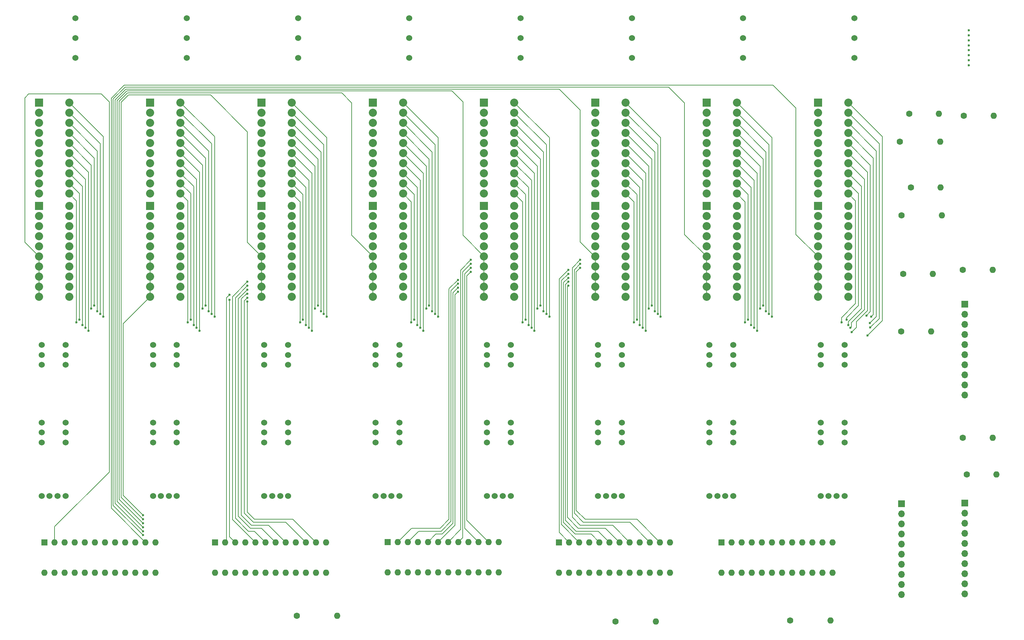
<source format=gbr>
%TF.GenerationSoftware,KiCad,Pcbnew,8.0.6*%
%TF.CreationDate,2024-12-09T18:37:17+11:00*%
%TF.ProjectId,mixer,6d697865-722e-46b6-9963-61645f706362,rev?*%
%TF.SameCoordinates,Original*%
%TF.FileFunction,Copper,L4,Bot*%
%TF.FilePolarity,Positive*%
%FSLAX46Y46*%
G04 Gerber Fmt 4.6, Leading zero omitted, Abs format (unit mm)*
G04 Created by KiCad (PCBNEW 8.0.6) date 2024-12-09 18:37:17*
%MOMM*%
%LPD*%
G01*
G04 APERTURE LIST*
%TA.AperFunction,ComponentPad*%
%ADD10C,1.524000*%
%TD*%
%TA.AperFunction,ComponentPad*%
%ADD11R,2.032000X2.032000*%
%TD*%
%TA.AperFunction,ComponentPad*%
%ADD12C,2.032000*%
%TD*%
%TA.AperFunction,ComponentPad*%
%ADD13C,1.600000*%
%TD*%
%TA.AperFunction,ComponentPad*%
%ADD14O,1.600000X1.600000*%
%TD*%
%TA.AperFunction,ComponentPad*%
%ADD15R,1.700000X1.700000*%
%TD*%
%TA.AperFunction,ComponentPad*%
%ADD16O,1.700000X1.700000*%
%TD*%
%TA.AperFunction,ComponentPad*%
%ADD17R,1.600000X1.600000*%
%TD*%
%TA.AperFunction,ViaPad*%
%ADD18C,0.600000*%
%TD*%
%TA.AperFunction,Conductor*%
%ADD19C,0.200000*%
%TD*%
G04 APERTURE END LIST*
D10*
%TO.P,solo4,1,1*%
%TO.N,Net-(U6-I3)*%
X172000000Y-136420000D03*
%TO.P,solo4,2,2*%
%TO.N,GND*%
X166000000Y-136420000D03*
%TO.P,solo4,3,K*%
%TO.N,Net-(U4-SEG_D)*%
X166000000Y-141420000D03*
%TO.P,solo4,4,A*%
%TO.N,Net-(U4-DIG_1)*%
X172000000Y-141420000D03*
%TO.P,solo4,5*%
%TO.N,N/C*%
X172000000Y-138920000D03*
%TO.P,solo4,6*%
X166000000Y-138920000D03*
%TD*%
%TO.P,SW4,1,A*%
%TO.N,Net-(SW4-C)*%
X174500000Y-64170000D03*
%TO.P,SW4,2,B*%
%TO.N,Net-(SW4-B)*%
X174500000Y-54170000D03*
%TO.P,SW4,3,C*%
%TO.N,GND*%
X174500000Y-59170000D03*
%TD*%
%TO.P,solo7,1,1*%
%TO.N,Net-(U6-I6)*%
X256000000Y-136420000D03*
%TO.P,solo7,2,2*%
%TO.N,GND*%
X250000000Y-136420000D03*
%TO.P,solo7,3,K*%
%TO.N,Net-(U4-SEG_G)*%
X250000000Y-141420000D03*
%TO.P,solo7,4,A*%
%TO.N,Net-(U4-DIG_1)*%
X256000000Y-141420000D03*
%TO.P,solo7,5*%
%TO.N,N/C*%
X256000000Y-138920000D03*
%TO.P,solo7,6*%
X250000000Y-138920000D03*
%TD*%
%TO.P,oled7,1,GND*%
%TO.N,GND*%
X250000000Y-174420000D03*
%TO.P,oled7,2,VCC*%
%TO.N,+5V*%
X252000000Y-174420000D03*
%TO.P,oled7,3,SCL*%
%TO.N,Net-(U7-SC6)*%
X254000000Y-174420000D03*
%TO.P,oled7,4,SCA*%
%TO.N,Net-(U7-SD6)*%
X256000000Y-174420000D03*
%TD*%
%TO.P,solo5,1,1*%
%TO.N,Net-(U6-I4)*%
X200000000Y-136420000D03*
%TO.P,solo5,2,2*%
%TO.N,GND*%
X194000000Y-136420000D03*
%TO.P,solo5,3,K*%
%TO.N,Net-(U4-SEG_E)*%
X194000000Y-141420000D03*
%TO.P,solo5,4,A*%
%TO.N,Net-(U4-DIG_1)*%
X200000000Y-141420000D03*
%TO.P,solo5,5*%
%TO.N,N/C*%
X200000000Y-138920000D03*
%TO.P,solo5,6*%
X194000000Y-138920000D03*
%TD*%
%TO.P,SW7,1,A*%
%TO.N,Net-(SW7-C)*%
X258500000Y-64170000D03*
%TO.P,SW7,2,B*%
%TO.N,Net-(SW7-B)*%
X258500000Y-54170000D03*
%TO.P,SW7,3,C*%
%TO.N,GND*%
X258500000Y-59170000D03*
%TD*%
D11*
%TO.P,BAR14,1,A*%
%TO.N,Net-(U9-DIG_7)*%
X221297500Y-101420000D03*
D12*
%TO.P,BAR14,2,A*%
X221297500Y-103960000D03*
%TO.P,BAR14,3,A*%
X221297500Y-106500000D03*
%TO.P,BAR14,4,A*%
X221297500Y-109040000D03*
%TO.P,BAR14,5,A*%
X221297500Y-111580000D03*
%TO.P,BAR14,6,A*%
%TO.N,Net-(U10-DIG_7)*%
X221297500Y-114120000D03*
%TO.P,BAR14,7,A*%
X221297500Y-116660000D03*
%TO.P,BAR14,8,A*%
X221297500Y-119200000D03*
%TO.P,BAR14,9,A*%
X221297500Y-121740000D03*
%TO.P,BAR14,10,A*%
X221297500Y-124280000D03*
%TO.P,BAR14,11,K*%
%TO.N,Net-(U10-SEG_E)*%
X228917500Y-124280000D03*
%TO.P,BAR14,12,K*%
%TO.N,Net-(U10-SEG_D)*%
X228917500Y-121740000D03*
%TO.P,BAR14,13,K*%
%TO.N,Net-(U10-SEG_C)*%
X228917500Y-119200000D03*
%TO.P,BAR14,14,K*%
%TO.N,Net-(U10-SEG_B)*%
X228917500Y-116660000D03*
%TO.P,BAR14,15,K*%
%TO.N,Net-(U10-SEG_A)*%
X228917500Y-114120000D03*
%TO.P,BAR14,16,K*%
%TO.N,Net-(U9-SEG_E)*%
X228917500Y-111580000D03*
%TO.P,BAR14,17,K*%
%TO.N,Net-(U9-SEG_D)*%
X228917500Y-109040000D03*
%TO.P,BAR14,18,K*%
%TO.N,Net-(U9-SEG_C)*%
X228917500Y-106500000D03*
%TO.P,BAR14,19,K*%
%TO.N,Net-(U9-SEG_B)*%
X228917500Y-103960000D03*
%TO.P,BAR14,20,K*%
%TO.N,Net-(U9-SEG_A)*%
X228917500Y-101420000D03*
%TD*%
D11*
%TO.P,BAR10,1,A*%
%TO.N,Net-(U9-DIG_4)*%
X109297500Y-101420000D03*
D12*
%TO.P,BAR10,2,A*%
X109297500Y-103960000D03*
%TO.P,BAR10,3,A*%
X109297500Y-106500000D03*
%TO.P,BAR10,4,A*%
X109297500Y-109040000D03*
%TO.P,BAR10,5,A*%
X109297500Y-111580000D03*
%TO.P,BAR10,6,A*%
%TO.N,Net-(U10-DIG_4)*%
X109297500Y-114120000D03*
%TO.P,BAR10,7,A*%
X109297500Y-116660000D03*
%TO.P,BAR10,8,A*%
X109297500Y-119200000D03*
%TO.P,BAR10,9,A*%
X109297500Y-121740000D03*
%TO.P,BAR10,10,A*%
X109297500Y-124280000D03*
%TO.P,BAR10,11,K*%
%TO.N,Net-(U10-SEG_E)*%
X116917500Y-124280000D03*
%TO.P,BAR10,12,K*%
%TO.N,Net-(U10-SEG_D)*%
X116917500Y-121740000D03*
%TO.P,BAR10,13,K*%
%TO.N,Net-(U10-SEG_C)*%
X116917500Y-119200000D03*
%TO.P,BAR10,14,K*%
%TO.N,Net-(U10-SEG_B)*%
X116917500Y-116660000D03*
%TO.P,BAR10,15,K*%
%TO.N,Net-(U10-SEG_A)*%
X116917500Y-114120000D03*
%TO.P,BAR10,16,K*%
%TO.N,Net-(U9-SEG_E)*%
X116917500Y-111580000D03*
%TO.P,BAR10,17,K*%
%TO.N,Net-(U9-SEG_D)*%
X116917500Y-109040000D03*
%TO.P,BAR10,18,K*%
%TO.N,Net-(U9-SEG_C)*%
X116917500Y-106500000D03*
%TO.P,BAR10,19,K*%
%TO.N,Net-(U9-SEG_B)*%
X116917500Y-103960000D03*
%TO.P,BAR10,20,K*%
%TO.N,Net-(U9-SEG_A)*%
X116917500Y-101420000D03*
%TD*%
D10*
%TO.P,SW8,1,A*%
%TO.N,Net-(SW8-B)*%
X286500000Y-64170000D03*
%TO.P,SW8,2,B*%
%TO.N,Net-(SW8-A)*%
X286500000Y-54170000D03*
%TO.P,SW8,3,C*%
%TO.N,GND*%
X286500000Y-59170000D03*
%TD*%
%TO.P,oled3,1,GND*%
%TO.N,GND*%
X138000000Y-174420000D03*
%TO.P,oled3,2,VCC*%
%TO.N,+5V*%
X140000000Y-174420000D03*
%TO.P,oled3,3,SCL*%
%TO.N,Net-(U7-SC2)*%
X142000000Y-174420000D03*
%TO.P,oled3,4,SCA*%
%TO.N,Net-(U7-SD2)*%
X144000000Y-174420000D03*
%TD*%
%TO.P,oled8,1,GND*%
%TO.N,GND*%
X278000000Y-174420000D03*
%TO.P,oled8,2,VCC*%
%TO.N,+5V*%
X280000000Y-174420000D03*
%TO.P,oled8,3,SCL*%
%TO.N,Net-(U7-SC7)*%
X282000000Y-174420000D03*
%TO.P,oled8,4,SCA*%
%TO.N,Net-(U7-SD7)*%
X284000000Y-174420000D03*
%TD*%
%TO.P,oled1,1,GND*%
%TO.N,GND*%
X82000000Y-174420000D03*
%TO.P,oled1,2,VCC*%
%TO.N,+5V*%
X84000000Y-174420000D03*
%TO.P,oled1,3,SCL*%
%TO.N,Net-(U7-SC0)*%
X86000000Y-174420000D03*
%TO.P,oled1,4,SCA*%
%TO.N,Net-(U7-SD0)*%
X88000000Y-174420000D03*
%TD*%
%TO.P,SW5,1,A*%
%TO.N,Net-(SW5-A)*%
X202500000Y-64170000D03*
%TO.P,SW5,2,B*%
%TO.N,Net-(SW5-C)*%
X202500000Y-54170000D03*
%TO.P,SW5,3,C*%
%TO.N,GND*%
X202500000Y-59170000D03*
%TD*%
%TO.P,mute9,1,1*%
%TO.N,Net-(U6-I8)*%
X88000000Y-155920000D03*
%TO.P,mute9,2,2*%
%TO.N,GND*%
X82000000Y-155920000D03*
%TO.P,mute9,3,K*%
%TO.N,Net-(U4-SEG_A)*%
X82000000Y-160920000D03*
%TO.P,mute9,4,A*%
%TO.N,Net-(U4-DIG_0)*%
X88000000Y-160920000D03*
%TO.P,mute9,5*%
%TO.N,N/C*%
X88000000Y-158420000D03*
%TO.P,mute9,6*%
X82000000Y-158420000D03*
%TD*%
%TO.P,mute12,1,1*%
%TO.N,Net-(U6-I11)*%
X172000000Y-155920000D03*
%TO.P,mute12,2,2*%
%TO.N,GND*%
X166000000Y-155920000D03*
%TO.P,mute12,3,K*%
%TO.N,Net-(U4-SEG_D)*%
X166000000Y-160920000D03*
%TO.P,mute12,4,A*%
%TO.N,Net-(U4-DIG_0)*%
X172000000Y-160920000D03*
%TO.P,mute12,5*%
%TO.N,N/C*%
X172000000Y-158420000D03*
%TO.P,mute12,6*%
X166000000Y-158420000D03*
%TD*%
D11*
%TO.P,BAR16,1,A*%
%TO.N,Net-(U9-DIG_1)*%
X277297500Y-101420000D03*
D12*
%TO.P,BAR16,2,A*%
X277297500Y-103960000D03*
%TO.P,BAR16,3,A*%
X277297500Y-106500000D03*
%TO.P,BAR16,4,A*%
X277297500Y-109040000D03*
%TO.P,BAR16,5,A*%
X277297500Y-111580000D03*
%TO.P,BAR16,6,A*%
%TO.N,Net-(U10-DIG_1)*%
X277297500Y-114120000D03*
%TO.P,BAR16,7,A*%
X277297500Y-116660000D03*
%TO.P,BAR16,8,A*%
X277297500Y-119200000D03*
%TO.P,BAR16,9,A*%
X277297500Y-121740000D03*
%TO.P,BAR16,10,A*%
X277297500Y-124280000D03*
%TO.P,BAR16,11,K*%
%TO.N,Net-(U10-SEG_E)*%
X284917500Y-124280000D03*
%TO.P,BAR16,12,K*%
%TO.N,Net-(U10-SEG_D)*%
X284917500Y-121740000D03*
%TO.P,BAR16,13,K*%
%TO.N,Net-(U10-SEG_C)*%
X284917500Y-119200000D03*
%TO.P,BAR16,14,K*%
%TO.N,Net-(U10-SEG_B)*%
X284917500Y-116660000D03*
%TO.P,BAR16,15,K*%
%TO.N,Net-(U10-SEG_A)*%
X284917500Y-114120000D03*
%TO.P,BAR16,16,K*%
%TO.N,Net-(U9-SEG_E)*%
X284917500Y-111580000D03*
%TO.P,BAR16,17,K*%
%TO.N,Net-(U9-SEG_D)*%
X284917500Y-109040000D03*
%TO.P,BAR16,18,K*%
%TO.N,Net-(U9-SEG_C)*%
X284917500Y-106500000D03*
%TO.P,BAR16,19,K*%
%TO.N,Net-(U9-SEG_B)*%
X284917500Y-103960000D03*
%TO.P,BAR16,20,K*%
%TO.N,Net-(U9-SEG_A)*%
X284917500Y-101420000D03*
%TD*%
D13*
%TO.P,C1,1*%
%TO.N,GND*%
X300670000Y-96750000D03*
D14*
%TO.P,C1,2*%
%TO.N,+5V*%
X308170000Y-96750000D03*
%TD*%
D13*
%TO.P,C2,1*%
%TO.N,GND*%
X314000000Y-78750000D03*
D14*
%TO.P,C2,2*%
%TO.N,+5V*%
X321500000Y-78750000D03*
%TD*%
D10*
%TO.P,solo8,1,1*%
%TO.N,Net-(U6-I7)*%
X284000000Y-136420000D03*
%TO.P,solo8,2,2*%
%TO.N,GND*%
X278000000Y-136420000D03*
%TO.P,solo8,3,K*%
%TO.N,Net-(U4-SEG_DP)*%
X278000000Y-141420000D03*
%TO.P,solo8,4,A*%
%TO.N,Net-(U4-DIG_1)*%
X284000000Y-141420000D03*
%TO.P,solo8,5*%
%TO.N,N/C*%
X284000000Y-138920000D03*
%TO.P,solo8,6*%
X278000000Y-138920000D03*
%TD*%
%TO.P,oled6,1,GND*%
%TO.N,GND*%
X222000000Y-174420000D03*
%TO.P,oled6,2,VCC*%
%TO.N,+5V*%
X224000000Y-174420000D03*
%TO.P,oled6,3,SCL*%
%TO.N,Net-(U7-SC5)*%
X226000000Y-174420000D03*
%TO.P,oled6,4,SCA*%
%TO.N,Net-(U7-SD5)*%
X228000000Y-174420000D03*
%TD*%
D11*
%TO.P,BAR9,1,A*%
%TO.N,Net-(U9-DIG_0)*%
X81297500Y-101420000D03*
D12*
%TO.P,BAR9,2,A*%
X81297500Y-103960000D03*
%TO.P,BAR9,3,A*%
X81297500Y-106500000D03*
%TO.P,BAR9,4,A*%
X81297500Y-109040000D03*
%TO.P,BAR9,5,A*%
X81297500Y-111580000D03*
%TO.P,BAR9,6,A*%
%TO.N,Net-(U10-DIG_0)*%
X81297500Y-114120000D03*
%TO.P,BAR9,7,A*%
X81297500Y-116660000D03*
%TO.P,BAR9,8,A*%
X81297500Y-119200000D03*
%TO.P,BAR9,9,A*%
X81297500Y-121740000D03*
%TO.P,BAR9,10,A*%
X81297500Y-124280000D03*
%TO.P,BAR9,11,K*%
%TO.N,Net-(U10-SEG_E)*%
X88917500Y-124280000D03*
%TO.P,BAR9,12,K*%
%TO.N,Net-(U10-SEG_D)*%
X88917500Y-121740000D03*
%TO.P,BAR9,13,K*%
%TO.N,Net-(U10-SEG_C)*%
X88917500Y-119200000D03*
%TO.P,BAR9,14,K*%
%TO.N,Net-(U10-SEG_B)*%
X88917500Y-116660000D03*
%TO.P,BAR9,15,K*%
%TO.N,Net-(U10-SEG_A)*%
X88917500Y-114120000D03*
%TO.P,BAR9,16,K*%
%TO.N,Net-(U9-SEG_E)*%
X88917500Y-111580000D03*
%TO.P,BAR9,17,K*%
%TO.N,Net-(U9-SEG_D)*%
X88917500Y-109040000D03*
%TO.P,BAR9,18,K*%
%TO.N,Net-(U9-SEG_C)*%
X88917500Y-106500000D03*
%TO.P,BAR9,19,K*%
%TO.N,Net-(U9-SEG_B)*%
X88917500Y-103960000D03*
%TO.P,BAR9,20,K*%
%TO.N,Net-(U9-SEG_A)*%
X88917500Y-101420000D03*
%TD*%
D11*
%TO.P,BAR15,1,A*%
%TO.N,Net-(U9-DIG_5)*%
X249297500Y-101420000D03*
D12*
%TO.P,BAR15,2,A*%
X249297500Y-103960000D03*
%TO.P,BAR15,3,A*%
X249297500Y-106500000D03*
%TO.P,BAR15,4,A*%
X249297500Y-109040000D03*
%TO.P,BAR15,5,A*%
X249297500Y-111580000D03*
%TO.P,BAR15,6,A*%
%TO.N,Net-(U10-DIG_5)*%
X249297500Y-114120000D03*
%TO.P,BAR15,7,A*%
X249297500Y-116660000D03*
%TO.P,BAR15,8,A*%
X249297500Y-119200000D03*
%TO.P,BAR15,9,A*%
X249297500Y-121740000D03*
%TO.P,BAR15,10,A*%
X249297500Y-124280000D03*
%TO.P,BAR15,11,K*%
%TO.N,Net-(U10-SEG_E)*%
X256917500Y-124280000D03*
%TO.P,BAR15,12,K*%
%TO.N,Net-(U10-SEG_D)*%
X256917500Y-121740000D03*
%TO.P,BAR15,13,K*%
%TO.N,Net-(U10-SEG_C)*%
X256917500Y-119200000D03*
%TO.P,BAR15,14,K*%
%TO.N,Net-(U10-SEG_B)*%
X256917500Y-116660000D03*
%TO.P,BAR15,15,K*%
%TO.N,Net-(U10-SEG_A)*%
X256917500Y-114120000D03*
%TO.P,BAR15,16,K*%
%TO.N,Net-(U9-SEG_E)*%
X256917500Y-111580000D03*
%TO.P,BAR15,17,K*%
%TO.N,Net-(U9-SEG_D)*%
X256917500Y-109040000D03*
%TO.P,BAR15,18,K*%
%TO.N,Net-(U9-SEG_C)*%
X256917500Y-106500000D03*
%TO.P,BAR15,19,K*%
%TO.N,Net-(U9-SEG_B)*%
X256917500Y-103960000D03*
%TO.P,BAR15,20,K*%
%TO.N,Net-(U9-SEG_A)*%
X256917500Y-101420000D03*
%TD*%
D10*
%TO.P,oled2,1,GND*%
%TO.N,GND*%
X110000000Y-174420000D03*
%TO.P,oled2,2,VCC*%
%TO.N,+5V*%
X112000000Y-174420000D03*
%TO.P,oled2,3,SCL*%
%TO.N,Net-(U7-SC1)*%
X114000000Y-174420000D03*
%TO.P,oled2,4,SCA*%
%TO.N,Net-(U7-SD1)*%
X116000000Y-174420000D03*
%TD*%
D11*
%TO.P,BAR11,1,A*%
%TO.N,Net-(U9-DIG_6)*%
X137297500Y-101420000D03*
D12*
%TO.P,BAR11,2,A*%
X137297500Y-103960000D03*
%TO.P,BAR11,3,A*%
X137297500Y-106500000D03*
%TO.P,BAR11,4,A*%
X137297500Y-109040000D03*
%TO.P,BAR11,5,A*%
X137297500Y-111580000D03*
%TO.P,BAR11,6,A*%
%TO.N,Net-(U10-DIG_6)*%
X137297500Y-114120000D03*
%TO.P,BAR11,7,A*%
X137297500Y-116660000D03*
%TO.P,BAR11,8,A*%
X137297500Y-119200000D03*
%TO.P,BAR11,9,A*%
X137297500Y-121740000D03*
%TO.P,BAR11,10,A*%
X137297500Y-124280000D03*
%TO.P,BAR11,11,K*%
%TO.N,Net-(U10-SEG_E)*%
X144917500Y-124280000D03*
%TO.P,BAR11,12,K*%
%TO.N,Net-(U10-SEG_D)*%
X144917500Y-121740000D03*
%TO.P,BAR11,13,K*%
%TO.N,Net-(U10-SEG_C)*%
X144917500Y-119200000D03*
%TO.P,BAR11,14,K*%
%TO.N,Net-(U10-SEG_B)*%
X144917500Y-116660000D03*
%TO.P,BAR11,15,K*%
%TO.N,Net-(U10-SEG_A)*%
X144917500Y-114120000D03*
%TO.P,BAR11,16,K*%
%TO.N,Net-(U9-SEG_E)*%
X144917500Y-111580000D03*
%TO.P,BAR11,17,K*%
%TO.N,Net-(U9-SEG_D)*%
X144917500Y-109040000D03*
%TO.P,BAR11,18,K*%
%TO.N,Net-(U9-SEG_C)*%
X144917500Y-106500000D03*
%TO.P,BAR11,19,K*%
%TO.N,Net-(U9-SEG_B)*%
X144917500Y-103960000D03*
%TO.P,BAR11,20,K*%
%TO.N,Net-(U9-SEG_A)*%
X144917500Y-101420000D03*
%TD*%
D15*
%TO.P, 111,1*%
%TO.N,/display/SDA*%
X314250000Y-176170000D03*
D16*
%TO.P, 111,2*%
%TO.N,unconnected-( 111-Pad2)*%
X314250000Y-178710000D03*
%TO.P, 111,3*%
%TO.N,unconnected-( 111-Pad3)*%
X314250000Y-181250000D03*
%TO.P, 111,4*%
%TO.N,unconnected-( 111-Pad4)*%
X314250000Y-183790000D03*
%TO.P, 111,5*%
%TO.N,unconnected-( 111-Pad5)*%
X314250000Y-186330000D03*
%TO.P, 111,6*%
%TO.N,unconnected-( 111-Pad6)*%
X314250000Y-188870000D03*
%TO.P, 111,7*%
%TO.N,unconnected-( 111-Pad7)*%
X314250000Y-191410000D03*
%TO.P, 111,8*%
%TO.N,unconnected-( 111-Pad8)*%
X314250000Y-193950000D03*
%TO.P, 111,9*%
%TO.N,unconnected-( 111-Pad9)*%
X314250000Y-196490000D03*
%TO.P, 111,10*%
%TO.N,unconnected-( 111-Pad10)*%
X314250000Y-199030000D03*
%TD*%
D11*
%TO.P,BAR4,1,A*%
%TO.N,Net-(U11-DIG_2)*%
X165297500Y-75420000D03*
D12*
%TO.P,BAR4,2,A*%
X165297500Y-77960000D03*
%TO.P,BAR4,3,A*%
X165297500Y-80500000D03*
%TO.P,BAR4,4,A*%
X165297500Y-83040000D03*
%TO.P,BAR4,5,A*%
X165297500Y-85580000D03*
%TO.P,BAR4,6,A*%
%TO.N,Net-(U12-DIG_2)*%
X165297500Y-88120000D03*
%TO.P,BAR4,7,A*%
X165297500Y-90660000D03*
%TO.P,BAR4,8,A*%
X165297500Y-93200000D03*
%TO.P,BAR4,9,A*%
X165297500Y-95740000D03*
%TO.P,BAR4,10,A*%
X165297500Y-98280000D03*
%TO.P,BAR4,11,K*%
%TO.N,Net-(U12-SEG_E)*%
X172917500Y-98280000D03*
%TO.P,BAR4,12,K*%
%TO.N,Net-(U12-SEG_D)*%
X172917500Y-95740000D03*
%TO.P,BAR4,13,K*%
%TO.N,Net-(U12-SEG_C)*%
X172917500Y-93200000D03*
%TO.P,BAR4,14,K*%
%TO.N,Net-(U12-SEG_B)*%
X172917500Y-90660000D03*
%TO.P,BAR4,15,K*%
%TO.N,Net-(U12-SEG_A)*%
X172917500Y-88120000D03*
%TO.P,BAR4,16,K*%
%TO.N,Net-(U11-SEG_E)*%
X172917500Y-85580000D03*
%TO.P,BAR4,17,K*%
%TO.N,Net-(U11-SEG_D)*%
X172917500Y-83040000D03*
%TO.P,BAR4,18,K*%
%TO.N,Net-(U11-SEG_C)*%
X172917500Y-80500000D03*
%TO.P,BAR4,19,K*%
%TO.N,Net-(U11-SEG_B)*%
X172917500Y-77960000D03*
%TO.P,BAR4,20,K*%
%TO.N,Net-(U11-SEG_A)*%
X172917500Y-75420000D03*
%TD*%
D10*
%TO.P,SW3,1,A*%
%TO.N,Net-(SW3-A)*%
X146500000Y-64170000D03*
%TO.P,SW3,2,B*%
%TO.N,Net-(SW3-B)*%
X146500000Y-54170000D03*
%TO.P,SW3,3,C*%
%TO.N,GND*%
X146500000Y-59170000D03*
%TD*%
D13*
%TO.P,R1,1*%
%TO.N,GND*%
X146170000Y-204500000D03*
D14*
%TO.P,R1,2*%
%TO.N,Net-(U9-ISET)*%
X156330000Y-204500000D03*
%TD*%
D11*
%TO.P,BAR12,1,A*%
%TO.N,Net-(U9-DIG_2)*%
X165297500Y-101420000D03*
D12*
%TO.P,BAR12,2,A*%
X165297500Y-103960000D03*
%TO.P,BAR12,3,A*%
X165297500Y-106500000D03*
%TO.P,BAR12,4,A*%
X165297500Y-109040000D03*
%TO.P,BAR12,5,A*%
X165297500Y-111580000D03*
%TO.P,BAR12,6,A*%
%TO.N,Net-(U10-DIG_2)*%
X165297500Y-114120000D03*
%TO.P,BAR12,7,A*%
X165297500Y-116660000D03*
%TO.P,BAR12,8,A*%
X165297500Y-119200000D03*
%TO.P,BAR12,9,A*%
X165297500Y-121740000D03*
%TO.P,BAR12,10,A*%
X165297500Y-124280000D03*
%TO.P,BAR12,11,K*%
%TO.N,Net-(U10-SEG_E)*%
X172917500Y-124280000D03*
%TO.P,BAR12,12,K*%
%TO.N,Net-(U10-SEG_D)*%
X172917500Y-121740000D03*
%TO.P,BAR12,13,K*%
%TO.N,Net-(U10-SEG_C)*%
X172917500Y-119200000D03*
%TO.P,BAR12,14,K*%
%TO.N,Net-(U10-SEG_B)*%
X172917500Y-116660000D03*
%TO.P,BAR12,15,K*%
%TO.N,Net-(U10-SEG_A)*%
X172917500Y-114120000D03*
%TO.P,BAR12,16,K*%
%TO.N,Net-(U9-SEG_E)*%
X172917500Y-111580000D03*
%TO.P,BAR12,17,K*%
%TO.N,Net-(U9-SEG_D)*%
X172917500Y-109040000D03*
%TO.P,BAR12,18,K*%
%TO.N,Net-(U9-SEG_C)*%
X172917500Y-106500000D03*
%TO.P,BAR12,19,K*%
%TO.N,Net-(U9-SEG_B)*%
X172917500Y-103960000D03*
%TO.P,BAR12,20,K*%
%TO.N,Net-(U9-SEG_A)*%
X172917500Y-101420000D03*
%TD*%
D13*
%TO.P,R2,1*%
%TO.N,GND*%
X297920000Y-85250000D03*
D14*
%TO.P,R2,2*%
%TO.N,Net-(U10-ISET)*%
X308080000Y-85250000D03*
%TD*%
D10*
%TO.P,solo2,1,1*%
%TO.N,Net-(U6-I1)*%
X116000000Y-136420000D03*
%TO.P,solo2,2,2*%
%TO.N,GND*%
X110000000Y-136420000D03*
%TO.P,solo2,3,K*%
%TO.N,Net-(U4-SEG_B)*%
X110000000Y-141420000D03*
%TO.P,solo2,4,A*%
%TO.N,Net-(U4-DIG_1)*%
X116000000Y-141420000D03*
%TO.P,solo2,5*%
%TO.N,N/C*%
X116000000Y-138920000D03*
%TO.P,solo2,6*%
X110000000Y-138920000D03*
%TD*%
D11*
%TO.P,BAR5,1,A*%
%TO.N,Net-(U11-DIG_3)*%
X193297500Y-75420000D03*
D12*
%TO.P,BAR5,2,A*%
X193297500Y-77960000D03*
%TO.P,BAR5,3,A*%
X193297500Y-80500000D03*
%TO.P,BAR5,4,A*%
X193297500Y-83040000D03*
%TO.P,BAR5,5,A*%
X193297500Y-85580000D03*
%TO.P,BAR5,6,A*%
%TO.N,Net-(U12-DIG_3)*%
X193297500Y-88120000D03*
%TO.P,BAR5,7,A*%
X193297500Y-90660000D03*
%TO.P,BAR5,8,A*%
X193297500Y-93200000D03*
%TO.P,BAR5,9,A*%
X193297500Y-95740000D03*
%TO.P,BAR5,10,A*%
X193297500Y-98280000D03*
%TO.P,BAR5,11,K*%
%TO.N,Net-(U12-SEG_E)*%
X200917500Y-98280000D03*
%TO.P,BAR5,12,K*%
%TO.N,Net-(U12-SEG_D)*%
X200917500Y-95740000D03*
%TO.P,BAR5,13,K*%
%TO.N,Net-(U12-SEG_C)*%
X200917500Y-93200000D03*
%TO.P,BAR5,14,K*%
%TO.N,Net-(U12-SEG_B)*%
X200917500Y-90660000D03*
%TO.P,BAR5,15,K*%
%TO.N,Net-(U12-SEG_A)*%
X200917500Y-88120000D03*
%TO.P,BAR5,16,K*%
%TO.N,Net-(U11-SEG_E)*%
X200917500Y-85580000D03*
%TO.P,BAR5,17,K*%
%TO.N,Net-(U11-SEG_D)*%
X200917500Y-83040000D03*
%TO.P,BAR5,18,K*%
%TO.N,Net-(U11-SEG_C)*%
X200917500Y-80500000D03*
%TO.P,BAR5,19,K*%
%TO.N,Net-(U11-SEG_B)*%
X200917500Y-77960000D03*
%TO.P,BAR5,20,K*%
%TO.N,Net-(U11-SEG_A)*%
X200917500Y-75420000D03*
%TD*%
D13*
%TO.P,R3,1*%
%TO.N,GND*%
X298340000Y-103750000D03*
D14*
%TO.P,R3,2*%
%TO.N,Net-(U11-ISET)*%
X308500000Y-103750000D03*
%TD*%
D10*
%TO.P,mute10,1,1*%
%TO.N,Net-(U6-I9)*%
X116000000Y-155920000D03*
%TO.P,mute10,2,2*%
%TO.N,GND*%
X110000000Y-155920000D03*
%TO.P,mute10,3,K*%
%TO.N,Net-(U4-SEG_B)*%
X110000000Y-160920000D03*
%TO.P,mute10,4,A*%
%TO.N,Net-(U4-DIG_0)*%
X116000000Y-160920000D03*
%TO.P,mute10,5*%
%TO.N,N/C*%
X116000000Y-158420000D03*
%TO.P,mute10,6*%
X110000000Y-158420000D03*
%TD*%
D13*
%TO.P,C12,1*%
%TO.N,GND*%
X313750000Y-117500000D03*
D14*
%TO.P,C12,2*%
%TO.N,+5V*%
X321250000Y-117500000D03*
%TD*%
D15*
%TO.P, 11,1*%
%TO.N,/display/SCL*%
X314250000Y-126130000D03*
D16*
%TO.P, 11,2*%
%TO.N,/display/A0*%
X314250000Y-128670000D03*
%TO.P, 11,3*%
%TO.N,/display/A1*%
X314250000Y-131210000D03*
%TO.P, 11,4*%
%TO.N,/display/A2*%
X314250000Y-133750000D03*
%TO.P, 11,5*%
%TO.N,/gain/COM*%
X314250000Y-136290000D03*
%TO.P, 11,6*%
%TO.N,/gain/S0*%
X314250000Y-138830000D03*
%TO.P, 11,7*%
%TO.N,/gain/S1*%
X314250000Y-141370000D03*
%TO.P, 11,8*%
%TO.N,/gain/S2*%
X314250000Y-143910000D03*
%TO.P, 11,9*%
%TO.N,/gain/S3*%
X314250000Y-146450000D03*
%TO.P, 11,10*%
%TO.N,/buttons/COM*%
X314250000Y-148990000D03*
%TD*%
D13*
%TO.P,R5,1*%
%TO.N,+5V*%
X270340000Y-205750000D03*
D14*
%TO.P,R5,2*%
%TO.N,Net-(U4-ISET)*%
X280500000Y-205750000D03*
%TD*%
D11*
%TO.P,BAR3,1,A*%
%TO.N,Net-(U11-DIG_6)*%
X137297500Y-75420000D03*
D12*
%TO.P,BAR3,2,A*%
X137297500Y-77960000D03*
%TO.P,BAR3,3,A*%
X137297500Y-80500000D03*
%TO.P,BAR3,4,A*%
X137297500Y-83040000D03*
%TO.P,BAR3,5,A*%
X137297500Y-85580000D03*
%TO.P,BAR3,6,A*%
%TO.N,Net-(U12-DIG_6)*%
X137297500Y-88120000D03*
%TO.P,BAR3,7,A*%
X137297500Y-90660000D03*
%TO.P,BAR3,8,A*%
X137297500Y-93200000D03*
%TO.P,BAR3,9,A*%
X137297500Y-95740000D03*
%TO.P,BAR3,10,A*%
X137297500Y-98280000D03*
%TO.P,BAR3,11,K*%
%TO.N,Net-(U12-SEG_E)*%
X144917500Y-98280000D03*
%TO.P,BAR3,12,K*%
%TO.N,Net-(U12-SEG_D)*%
X144917500Y-95740000D03*
%TO.P,BAR3,13,K*%
%TO.N,Net-(U12-SEG_C)*%
X144917500Y-93200000D03*
%TO.P,BAR3,14,K*%
%TO.N,Net-(U12-SEG_B)*%
X144917500Y-90660000D03*
%TO.P,BAR3,15,K*%
%TO.N,Net-(U12-SEG_A)*%
X144917500Y-88120000D03*
%TO.P,BAR3,16,K*%
%TO.N,Net-(U11-SEG_E)*%
X144917500Y-85580000D03*
%TO.P,BAR3,17,K*%
%TO.N,Net-(U11-SEG_D)*%
X144917500Y-83040000D03*
%TO.P,BAR3,18,K*%
%TO.N,Net-(U11-SEG_C)*%
X144917500Y-80500000D03*
%TO.P,BAR3,19,K*%
%TO.N,Net-(U11-SEG_B)*%
X144917500Y-77960000D03*
%TO.P,BAR3,20,K*%
%TO.N,Net-(U11-SEG_A)*%
X144917500Y-75420000D03*
%TD*%
D10*
%TO.P,mute11,1,1*%
%TO.N,Net-(U6-I10)*%
X144000000Y-155920000D03*
%TO.P,mute11,2,2*%
%TO.N,GND*%
X138000000Y-155920000D03*
%TO.P,mute11,3,K*%
%TO.N,Net-(U4-SEG_C)*%
X138000000Y-160920000D03*
%TO.P,mute11,4,A*%
%TO.N,Net-(U4-DIG_0)*%
X144000000Y-160920000D03*
%TO.P,mute11,5*%
%TO.N,N/C*%
X144000000Y-158420000D03*
%TO.P,mute11,6*%
X138000000Y-158420000D03*
%TD*%
%TO.P,solo3,1,1*%
%TO.N,Net-(U6-I2)*%
X144000000Y-136420000D03*
%TO.P,solo3,2,2*%
%TO.N,GND*%
X138000000Y-136420000D03*
%TO.P,solo3,3,K*%
%TO.N,Net-(U4-SEG_C)*%
X138000000Y-141420000D03*
%TO.P,solo3,4,A*%
%TO.N,Net-(U4-DIG_1)*%
X144000000Y-141420000D03*
%TO.P,solo3,5*%
%TO.N,N/C*%
X144000000Y-138920000D03*
%TO.P,solo3,6*%
X138000000Y-138920000D03*
%TD*%
D11*
%TO.P,BAR8,1,A*%
%TO.N,Net-(U11-DIG_1)*%
X277297500Y-75420000D03*
D12*
%TO.P,BAR8,2,A*%
X277297500Y-77960000D03*
%TO.P,BAR8,3,A*%
X277297500Y-80500000D03*
%TO.P,BAR8,4,A*%
X277297500Y-83040000D03*
%TO.P,BAR8,5,A*%
X277297500Y-85580000D03*
%TO.P,BAR8,6,A*%
%TO.N,Net-(U12-DIG_1)*%
X277297500Y-88120000D03*
%TO.P,BAR8,7,A*%
X277297500Y-90660000D03*
%TO.P,BAR8,8,A*%
X277297500Y-93200000D03*
%TO.P,BAR8,9,A*%
X277297500Y-95740000D03*
%TO.P,BAR8,10,A*%
X277297500Y-98280000D03*
%TO.P,BAR8,11,K*%
%TO.N,Net-(U12-SEG_E)*%
X284917500Y-98280000D03*
%TO.P,BAR8,12,K*%
%TO.N,Net-(U12-SEG_D)*%
X284917500Y-95740000D03*
%TO.P,BAR8,13,K*%
%TO.N,Net-(U12-SEG_C)*%
X284917500Y-93200000D03*
%TO.P,BAR8,14,K*%
%TO.N,Net-(U12-SEG_B)*%
X284917500Y-90660000D03*
%TO.P,BAR8,15,K*%
%TO.N,Net-(U12-SEG_A)*%
X284917500Y-88120000D03*
%TO.P,BAR8,16,K*%
%TO.N,Net-(U11-SEG_E)*%
X284917500Y-85580000D03*
%TO.P,BAR8,17,K*%
%TO.N,Net-(U11-SEG_D)*%
X284917500Y-83040000D03*
%TO.P,BAR8,18,K*%
%TO.N,Net-(U11-SEG_C)*%
X284917500Y-80500000D03*
%TO.P,BAR8,19,K*%
%TO.N,Net-(U11-SEG_B)*%
X284917500Y-77960000D03*
%TO.P,BAR8,20,K*%
%TO.N,Net-(U11-SEG_A)*%
X284917500Y-75420000D03*
%TD*%
D10*
%TO.P,mute13,1,1*%
%TO.N,Net-(U6-I12)*%
X200000000Y-155920000D03*
%TO.P,mute13,2,2*%
%TO.N,GND*%
X194000000Y-155920000D03*
%TO.P,mute13,3,K*%
%TO.N,Net-(U4-SEG_E)*%
X194000000Y-160920000D03*
%TO.P,mute13,4,A*%
%TO.N,Net-(U4-DIG_0)*%
X200000000Y-160920000D03*
%TO.P,mute13,5*%
%TO.N,N/C*%
X200000000Y-158420000D03*
%TO.P,mute13,6*%
X194000000Y-158420000D03*
%TD*%
%TO.P,oled5,1,GND*%
%TO.N,GND*%
X194000000Y-174420000D03*
%TO.P,oled5,2,VCC*%
%TO.N,+5V*%
X196000000Y-174420000D03*
%TO.P,oled5,3,SCL*%
%TO.N,Net-(U7-SC4)*%
X198000000Y-174420000D03*
%TO.P,oled5,4,SCA*%
%TO.N,Net-(U7-SD4)*%
X200000000Y-174420000D03*
%TD*%
D13*
%TO.P,R4,1*%
%TO.N,GND*%
X226340000Y-206000000D03*
D14*
%TO.P,R4,2*%
%TO.N,Net-(U12-ISET)*%
X236500000Y-206000000D03*
%TD*%
D11*
%TO.P,BAR6,1,A*%
%TO.N,Net-(U11-DIG_7)*%
X221297500Y-75420000D03*
D12*
%TO.P,BAR6,2,A*%
X221297500Y-77960000D03*
%TO.P,BAR6,3,A*%
X221297500Y-80500000D03*
%TO.P,BAR6,4,A*%
X221297500Y-83040000D03*
%TO.P,BAR6,5,A*%
X221297500Y-85580000D03*
%TO.P,BAR6,6,A*%
%TO.N,Net-(U12-DIG_7)*%
X221297500Y-88120000D03*
%TO.P,BAR6,7,A*%
X221297500Y-90660000D03*
%TO.P,BAR6,8,A*%
X221297500Y-93200000D03*
%TO.P,BAR6,9,A*%
X221297500Y-95740000D03*
%TO.P,BAR6,10,A*%
X221297500Y-98280000D03*
%TO.P,BAR6,11,K*%
%TO.N,Net-(U12-SEG_E)*%
X228917500Y-98280000D03*
%TO.P,BAR6,12,K*%
%TO.N,Net-(U12-SEG_D)*%
X228917500Y-95740000D03*
%TO.P,BAR6,13,K*%
%TO.N,Net-(U12-SEG_C)*%
X228917500Y-93200000D03*
%TO.P,BAR6,14,K*%
%TO.N,Net-(U12-SEG_B)*%
X228917500Y-90660000D03*
%TO.P,BAR6,15,K*%
%TO.N,Net-(U12-SEG_A)*%
X228917500Y-88120000D03*
%TO.P,BAR6,16,K*%
%TO.N,Net-(U11-SEG_E)*%
X228917500Y-85580000D03*
%TO.P,BAR6,17,K*%
%TO.N,Net-(U11-SEG_D)*%
X228917500Y-83040000D03*
%TO.P,BAR6,18,K*%
%TO.N,Net-(U11-SEG_C)*%
X228917500Y-80500000D03*
%TO.P,BAR6,19,K*%
%TO.N,Net-(U11-SEG_B)*%
X228917500Y-77960000D03*
%TO.P,BAR6,20,K*%
%TO.N,Net-(U11-SEG_A)*%
X228917500Y-75420000D03*
%TD*%
D11*
%TO.P,BAR7,1,A*%
%TO.N,Net-(U11-DIG_5)*%
X249297500Y-75420000D03*
D12*
%TO.P,BAR7,2,A*%
X249297500Y-77960000D03*
%TO.P,BAR7,3,A*%
X249297500Y-80500000D03*
%TO.P,BAR7,4,A*%
X249297500Y-83040000D03*
%TO.P,BAR7,5,A*%
X249297500Y-85580000D03*
%TO.P,BAR7,6,A*%
%TO.N,Net-(U12-DIG_5)*%
X249297500Y-88120000D03*
%TO.P,BAR7,7,A*%
X249297500Y-90660000D03*
%TO.P,BAR7,8,A*%
X249297500Y-93200000D03*
%TO.P,BAR7,9,A*%
X249297500Y-95740000D03*
%TO.P,BAR7,10,A*%
X249297500Y-98280000D03*
%TO.P,BAR7,11,K*%
%TO.N,Net-(U12-SEG_E)*%
X256917500Y-98280000D03*
%TO.P,BAR7,12,K*%
%TO.N,Net-(U12-SEG_D)*%
X256917500Y-95740000D03*
%TO.P,BAR7,13,K*%
%TO.N,Net-(U12-SEG_C)*%
X256917500Y-93200000D03*
%TO.P,BAR7,14,K*%
%TO.N,Net-(U12-SEG_B)*%
X256917500Y-90660000D03*
%TO.P,BAR7,15,K*%
%TO.N,Net-(U12-SEG_A)*%
X256917500Y-88120000D03*
%TO.P,BAR7,16,K*%
%TO.N,Net-(U11-SEG_E)*%
X256917500Y-85580000D03*
%TO.P,BAR7,17,K*%
%TO.N,Net-(U11-SEG_D)*%
X256917500Y-83040000D03*
%TO.P,BAR7,18,K*%
%TO.N,Net-(U11-SEG_C)*%
X256917500Y-80500000D03*
%TO.P,BAR7,19,K*%
%TO.N,Net-(U11-SEG_B)*%
X256917500Y-77960000D03*
%TO.P,BAR7,20,K*%
%TO.N,Net-(U11-SEG_A)*%
X256917500Y-75420000D03*
%TD*%
D13*
%TO.P,C10,1*%
%TO.N,GND*%
X314750000Y-169000000D03*
D14*
%TO.P,C10,2*%
%TO.N,+5V*%
X322250000Y-169000000D03*
%TD*%
D11*
%TO.P,BAR1,1,A*%
%TO.N,Net-(U11-DIG_0)*%
X81297500Y-75420000D03*
D12*
%TO.P,BAR1,2,A*%
X81297500Y-77960000D03*
%TO.P,BAR1,3,A*%
X81297500Y-80500000D03*
%TO.P,BAR1,4,A*%
X81297500Y-83040000D03*
%TO.P,BAR1,5,A*%
X81297500Y-85580000D03*
%TO.P,BAR1,6,A*%
%TO.N,Net-(U12-DIG_0)*%
X81297500Y-88120000D03*
%TO.P,BAR1,7,A*%
X81297500Y-90660000D03*
%TO.P,BAR1,8,A*%
X81297500Y-93200000D03*
%TO.P,BAR1,9,A*%
X81297500Y-95740000D03*
%TO.P,BAR1,10,A*%
X81297500Y-98280000D03*
%TO.P,BAR1,11,K*%
%TO.N,Net-(U12-SEG_E)*%
X88917500Y-98280000D03*
%TO.P,BAR1,12,K*%
%TO.N,Net-(U12-SEG_D)*%
X88917500Y-95740000D03*
%TO.P,BAR1,13,K*%
%TO.N,Net-(U12-SEG_C)*%
X88917500Y-93200000D03*
%TO.P,BAR1,14,K*%
%TO.N,Net-(U12-SEG_B)*%
X88917500Y-90660000D03*
%TO.P,BAR1,15,K*%
%TO.N,Net-(U12-SEG_A)*%
X88917500Y-88120000D03*
%TO.P,BAR1,16,K*%
%TO.N,Net-(U11-SEG_E)*%
X88917500Y-85580000D03*
%TO.P,BAR1,17,K*%
%TO.N,Net-(U11-SEG_D)*%
X88917500Y-83040000D03*
%TO.P,BAR1,18,K*%
%TO.N,Net-(U11-SEG_C)*%
X88917500Y-80500000D03*
%TO.P,BAR1,19,K*%
%TO.N,Net-(U11-SEG_B)*%
X88917500Y-77960000D03*
%TO.P,BAR1,20,K*%
%TO.N,Net-(U11-SEG_A)*%
X88917500Y-75420000D03*
%TD*%
D10*
%TO.P,SW2,1,A*%
%TO.N,Net-(SW2-C)*%
X118500000Y-64170000D03*
%TO.P,SW2,2,B*%
%TO.N,Net-(SW2-B)*%
X118500000Y-54170000D03*
%TO.P,SW2,3,C*%
%TO.N,GND*%
X118500000Y-59170000D03*
%TD*%
%TO.P,SW1,1,A*%
%TO.N,Net-(SW1-B)*%
X90500000Y-64170000D03*
%TO.P,SW1,2,B*%
%TO.N,Net-(SW1-C)*%
X90500000Y-54170000D03*
%TO.P,SW1,3,C*%
%TO.N,GND*%
X90500000Y-59170000D03*
%TD*%
%TO.P,solo1,1,1*%
%TO.N,Net-(U6-I0)*%
X88000000Y-136420000D03*
%TO.P,solo1,2,2*%
%TO.N,GND*%
X82000000Y-136420000D03*
%TO.P,solo1,3,K*%
%TO.N,Net-(U4-SEG_A)*%
X82000000Y-141420000D03*
%TO.P,solo1,4,A*%
%TO.N,Net-(U4-DIG_1)*%
X88000000Y-141420000D03*
%TO.P,solo1,5*%
%TO.N,N/C*%
X88000000Y-138920000D03*
%TO.P,solo1,6*%
X82000000Y-138920000D03*
%TD*%
D13*
%TO.P,C13,1*%
%TO.N,GND*%
X300250000Y-78250000D03*
D14*
%TO.P,C13,2*%
%TO.N,+5V*%
X307750000Y-78250000D03*
%TD*%
D10*
%TO.P,mute16,1,1*%
%TO.N,Net-(U6-I15)*%
X284000000Y-155920000D03*
%TO.P,mute16,2,2*%
%TO.N,GND*%
X278000000Y-155920000D03*
%TO.P,mute16,3,K*%
%TO.N,Net-(U4-SEG_DP)*%
X278000000Y-160920000D03*
%TO.P,mute16,4,A*%
%TO.N,Net-(U4-DIG_0)*%
X284000000Y-160920000D03*
%TO.P,mute16,5*%
%TO.N,N/C*%
X284000000Y-158420000D03*
%TO.P,mute16,6*%
X278000000Y-158420000D03*
%TD*%
%TO.P,oled4,1,GND*%
%TO.N,GND*%
X166000000Y-174420000D03*
%TO.P,oled4,2,VCC*%
%TO.N,+5V*%
X168000000Y-174420000D03*
%TO.P,oled4,3,SCL*%
%TO.N,Net-(U7-SC3)*%
X170000000Y-174420000D03*
%TO.P,oled4,4,SCA*%
%TO.N,Net-(U7-SD3)*%
X172000000Y-174420000D03*
%TD*%
D13*
%TO.P,C11,1*%
%TO.N,+5V*%
X313750000Y-159750000D03*
D14*
%TO.P,C11,2*%
%TO.N,GND*%
X321250000Y-159750000D03*
%TD*%
D10*
%TO.P,solo6,1,1*%
%TO.N,Net-(U6-I5)*%
X228000000Y-136420000D03*
%TO.P,solo6,2,2*%
%TO.N,GND*%
X222000000Y-136420000D03*
%TO.P,solo6,3,K*%
%TO.N,Net-(U4-SEG_F)*%
X222000000Y-141420000D03*
%TO.P,solo6,4,A*%
%TO.N,Net-(U4-DIG_1)*%
X228000000Y-141420000D03*
%TO.P,solo6,5*%
%TO.N,N/C*%
X228000000Y-138920000D03*
%TO.P,solo6,6*%
X222000000Y-138920000D03*
%TD*%
D14*
%TO.P,C9,2*%
%TO.N,+5V*%
X306250000Y-118500000D03*
D13*
%TO.P,C9,1*%
%TO.N,GND*%
X298750000Y-118500000D03*
%TD*%
%TO.P,C8,1*%
%TO.N,GND*%
X298250000Y-133000000D03*
D14*
%TO.P,C8,2*%
%TO.N,+5V*%
X305750000Y-133000000D03*
%TD*%
D10*
%TO.P,mute14,1,1*%
%TO.N,Net-(U6-I13)*%
X228000000Y-155920000D03*
%TO.P,mute14,2,2*%
%TO.N,GND*%
X222000000Y-155920000D03*
%TO.P,mute14,3,K*%
%TO.N,Net-(U4-SEG_F)*%
X222000000Y-160920000D03*
%TO.P,mute14,4,A*%
%TO.N,Net-(U4-DIG_0)*%
X228000000Y-160920000D03*
%TO.P,mute14,5*%
%TO.N,N/C*%
X228000000Y-158420000D03*
%TO.P,mute14,6*%
X222000000Y-158420000D03*
%TD*%
%TO.P,SW6,1,A*%
%TO.N,Net-(SW6-C)*%
X230500000Y-64170000D03*
%TO.P,SW6,2,B*%
%TO.N,Net-(SW6-B)*%
X230500000Y-54170000D03*
%TO.P,SW6,3,C*%
%TO.N,GND*%
X230500000Y-59170000D03*
%TD*%
%TO.P,mute15,1,1*%
%TO.N,Net-(U6-I14)*%
X256000000Y-155920000D03*
%TO.P,mute15,2,2*%
%TO.N,GND*%
X250000000Y-155920000D03*
%TO.P,mute15,3,K*%
%TO.N,Net-(U4-SEG_G)*%
X250000000Y-160920000D03*
%TO.P,mute15,4,A*%
%TO.N,Net-(U4-DIG_0)*%
X256000000Y-160920000D03*
%TO.P,mute15,5*%
%TO.N,N/C*%
X256000000Y-158420000D03*
%TO.P,mute15,6*%
X250000000Y-158420000D03*
%TD*%
D11*
%TO.P,BAR2,1,A*%
%TO.N,Net-(U11-DIG_4)*%
X109297500Y-75420000D03*
D12*
%TO.P,BAR2,2,A*%
X109297500Y-77960000D03*
%TO.P,BAR2,3,A*%
X109297500Y-80500000D03*
%TO.P,BAR2,4,A*%
X109297500Y-83040000D03*
%TO.P,BAR2,5,A*%
X109297500Y-85580000D03*
%TO.P,BAR2,6,A*%
%TO.N,Net-(U12-DIG_4)*%
X109297500Y-88120000D03*
%TO.P,BAR2,7,A*%
X109297500Y-90660000D03*
%TO.P,BAR2,8,A*%
X109297500Y-93200000D03*
%TO.P,BAR2,9,A*%
X109297500Y-95740000D03*
%TO.P,BAR2,10,A*%
X109297500Y-98280000D03*
%TO.P,BAR2,11,K*%
%TO.N,Net-(U12-SEG_E)*%
X116917500Y-98280000D03*
%TO.P,BAR2,12,K*%
%TO.N,Net-(U12-SEG_D)*%
X116917500Y-95740000D03*
%TO.P,BAR2,13,K*%
%TO.N,Net-(U12-SEG_C)*%
X116917500Y-93200000D03*
%TO.P,BAR2,14,K*%
%TO.N,Net-(U12-SEG_B)*%
X116917500Y-90660000D03*
%TO.P,BAR2,15,K*%
%TO.N,Net-(U12-SEG_A)*%
X116917500Y-88120000D03*
%TO.P,BAR2,16,K*%
%TO.N,Net-(U11-SEG_E)*%
X116917500Y-85580000D03*
%TO.P,BAR2,17,K*%
%TO.N,Net-(U11-SEG_D)*%
X116917500Y-83040000D03*
%TO.P,BAR2,18,K*%
%TO.N,Net-(U11-SEG_C)*%
X116917500Y-80500000D03*
%TO.P,BAR2,19,K*%
%TO.N,Net-(U11-SEG_B)*%
X116917500Y-77960000D03*
%TO.P,BAR2,20,K*%
%TO.N,Net-(U11-SEG_A)*%
X116917500Y-75420000D03*
%TD*%
D11*
%TO.P,BAR13,1,A*%
%TO.N,Net-(U9-DIG_3)*%
X193297500Y-101420000D03*
D12*
%TO.P,BAR13,2,A*%
X193297500Y-103960000D03*
%TO.P,BAR13,3,A*%
X193297500Y-106500000D03*
%TO.P,BAR13,4,A*%
X193297500Y-109040000D03*
%TO.P,BAR13,5,A*%
X193297500Y-111580000D03*
%TO.P,BAR13,6,A*%
%TO.N,Net-(U10-DIG_3)*%
X193297500Y-114120000D03*
%TO.P,BAR13,7,A*%
X193297500Y-116660000D03*
%TO.P,BAR13,8,A*%
X193297500Y-119200000D03*
%TO.P,BAR13,9,A*%
X193297500Y-121740000D03*
%TO.P,BAR13,10,A*%
X193297500Y-124280000D03*
%TO.P,BAR13,11,K*%
%TO.N,Net-(U10-SEG_E)*%
X200917500Y-124280000D03*
%TO.P,BAR13,12,K*%
%TO.N,Net-(U10-SEG_D)*%
X200917500Y-121740000D03*
%TO.P,BAR13,13,K*%
%TO.N,Net-(U10-SEG_C)*%
X200917500Y-119200000D03*
%TO.P,BAR13,14,K*%
%TO.N,Net-(U10-SEG_B)*%
X200917500Y-116660000D03*
%TO.P,BAR13,15,K*%
%TO.N,Net-(U10-SEG_A)*%
X200917500Y-114120000D03*
%TO.P,BAR13,16,K*%
%TO.N,Net-(U9-SEG_E)*%
X200917500Y-111580000D03*
%TO.P,BAR13,17,K*%
%TO.N,Net-(U9-SEG_D)*%
X200917500Y-109040000D03*
%TO.P,BAR13,18,K*%
%TO.N,Net-(U9-SEG_C)*%
X200917500Y-106500000D03*
%TO.P,BAR13,19,K*%
%TO.N,Net-(U9-SEG_B)*%
X200917500Y-103960000D03*
%TO.P,BAR13,20,K*%
%TO.N,Net-(U9-SEG_A)*%
X200917500Y-101420000D03*
%TD*%
D15*
%TO.P, 1,1*%
%TO.N,/buttons/S0*%
X298375000Y-176325000D03*
D16*
%TO.P, 1,2*%
%TO.N,/buttons/S1*%
X298375000Y-178865000D03*
%TO.P, 1,3*%
%TO.N,/buttons/S2*%
X298375000Y-181405000D03*
%TO.P, 1,4*%
%TO.N,/buttons/S3*%
X298375000Y-183945000D03*
%TO.P, 1,5*%
%TO.N,/buttons/DIN*%
X298375000Y-186485000D03*
%TO.P, 1,6*%
%TO.N,/buttons/CLK*%
X298375000Y-189025000D03*
%TO.P, 1,7*%
%TO.N,/buttons/LOAD*%
X298375000Y-191565000D03*
%TO.P, 1,8*%
%TO.N,/meter/DIN*%
X298375000Y-194105000D03*
%TO.P, 1,9*%
%TO.N,/meter/LOAD*%
X298375000Y-196645000D03*
%TO.P, 1,10*%
%TO.N,/meter/CLK*%
X298375000Y-199185000D03*
%TD*%
D17*
%TO.P,U4,1,DIN*%
%TO.N,/buttons/DIN*%
X253025000Y-186050000D03*
D14*
%TO.P,U4,2,DIG_0*%
%TO.N,Net-(U4-DIG_0)*%
X255565000Y-186050000D03*
%TO.P,U4,3,DIG_4*%
%TO.N,unconnected-(U4-DIG_4-Pad3)*%
X258105000Y-186050000D03*
%TO.P,U4,4,GND*%
%TO.N,GND*%
X260645000Y-186050000D03*
%TO.P,U4,5,DIG_6*%
%TO.N,unconnected-(U4-DIG_6-Pad5)*%
X263185000Y-186050000D03*
%TO.P,U4,6,DIG_2*%
%TO.N,unconnected-(U4-DIG_2-Pad6)*%
X265725000Y-186050000D03*
%TO.P,U4,7,DIG_3*%
%TO.N,unconnected-(U4-DIG_3-Pad7)*%
X268265000Y-186050000D03*
%TO.P,U4,8,DIG_7*%
%TO.N,unconnected-(U4-DIG_7-Pad8)*%
X270805000Y-186050000D03*
%TO.P,U4,9,GND*%
%TO.N,GND*%
X273345000Y-186050000D03*
%TO.P,U4,10,DIG_5*%
%TO.N,unconnected-(U4-DIG_5-Pad10)*%
X275885000Y-186050000D03*
%TO.P,U4,11,DIG_1*%
%TO.N,Net-(U4-DIG_1)*%
X278425000Y-186050000D03*
%TO.P,U4,12,LOAD*%
%TO.N,/buttons/LOAD*%
X280965000Y-186050000D03*
%TO.P,U4,13,CLK*%
%TO.N,/buttons/CLK*%
X280965000Y-193670000D03*
%TO.P,U4,14,SEG_A*%
%TO.N,Net-(U4-SEG_A)*%
X278425000Y-193670000D03*
%TO.P,U4,15,SEG_F*%
%TO.N,Net-(U4-SEG_F)*%
X275885000Y-193670000D03*
%TO.P,U4,16,SEG_B*%
%TO.N,Net-(U4-SEG_B)*%
X273345000Y-193670000D03*
%TO.P,U4,17,SEG_G*%
%TO.N,Net-(U4-SEG_G)*%
X270805000Y-193670000D03*
%TO.P,U4,18,ISET*%
%TO.N,Net-(U4-ISET)*%
X268265000Y-193670000D03*
%TO.P,U4,19,V+*%
%TO.N,+5V*%
X265725000Y-193670000D03*
%TO.P,U4,20,SEG_C*%
%TO.N,Net-(U4-SEG_C)*%
X263185000Y-193670000D03*
%TO.P,U4,21,SEG_E*%
%TO.N,Net-(U4-SEG_E)*%
X260645000Y-193670000D03*
%TO.P,U4,22,SEG_DP*%
%TO.N,Net-(U4-SEG_DP)*%
X258105000Y-193670000D03*
%TO.P,U4,23,SEG_D*%
%TO.N,Net-(U4-SEG_D)*%
X255565000Y-193670000D03*
%TO.P,U4,24,DOUT*%
%TO.N,unconnected-(U4-DOUT-Pad24)*%
X253025000Y-193670000D03*
%TD*%
D17*
%TO.P,U10,1,DIN*%
%TO.N,Net-(U10-DIN)*%
X82720000Y-186050000D03*
D14*
%TO.P,U10,2,DIG_0*%
%TO.N,Net-(U10-DIG_0)*%
X85260000Y-186050000D03*
%TO.P,U10,3,DIG_4*%
%TO.N,Net-(U10-DIG_4)*%
X87800000Y-186050000D03*
%TO.P,U10,4,GND*%
%TO.N,GND*%
X90340000Y-186050000D03*
%TO.P,U10,5,DIG_6*%
%TO.N,Net-(U10-DIG_6)*%
X92880000Y-186050000D03*
%TO.P,U10,6,DIG_2*%
%TO.N,Net-(U10-DIG_2)*%
X95420000Y-186050000D03*
%TO.P,U10,7,DIG_3*%
%TO.N,Net-(U10-DIG_3)*%
X97960000Y-186050000D03*
%TO.P,U10,8,DIG_7*%
%TO.N,Net-(U10-DIG_7)*%
X100500000Y-186050000D03*
%TO.P,U10,9,GND*%
%TO.N,GND*%
X103040000Y-186050000D03*
%TO.P,U10,10,DIG_5*%
%TO.N,Net-(U10-DIG_5)*%
X105580000Y-186050000D03*
%TO.P,U10,11,DIG_1*%
%TO.N,Net-(U10-DIG_1)*%
X108120000Y-186050000D03*
%TO.P,U10,12,LOAD*%
%TO.N,/meter/LOAD*%
X110660000Y-186050000D03*
%TO.P,U10,13,CLK*%
%TO.N,/meter/CLK*%
X110660000Y-193670000D03*
%TO.P,U10,14,SEG_A*%
%TO.N,Net-(U10-SEG_A)*%
X108120000Y-193670000D03*
%TO.P,U10,15,SEG_F*%
%TO.N,unconnected-(U10-SEG_F-Pad15)*%
X105580000Y-193670000D03*
%TO.P,U10,16,SEG_B*%
%TO.N,Net-(U10-SEG_B)*%
X103040000Y-193670000D03*
%TO.P,U10,17,SEG_G*%
%TO.N,unconnected-(U10-SEG_G-Pad17)*%
X100500000Y-193670000D03*
%TO.P,U10,18,ISET*%
%TO.N,Net-(U10-ISET)*%
X97960000Y-193670000D03*
%TO.P,U10,19,V+*%
%TO.N,+5V*%
X95420000Y-193670000D03*
%TO.P,U10,20,SEG_C*%
%TO.N,Net-(U10-SEG_C)*%
X92880000Y-193670000D03*
%TO.P,U10,21,SEG_E*%
%TO.N,Net-(U10-SEG_E)*%
X90340000Y-193670000D03*
%TO.P,U10,22,SEG_DP*%
%TO.N,unconnected-(U10-SEG_DP-Pad22)*%
X87800000Y-193670000D03*
%TO.P,U10,23,SEG_D*%
%TO.N,Net-(U10-SEG_D)*%
X85260000Y-193670000D03*
%TO.P,U10,24,DOUT*%
%TO.N,unconnected-(U10-DOUT-Pad24)*%
X82720000Y-193670000D03*
%TD*%
D17*
%TO.P,U11,1,DIN*%
%TO.N,/meter/DIN*%
X169025000Y-186000000D03*
D14*
%TO.P,U11,2,DIG_0*%
%TO.N,Net-(U11-DIG_0)*%
X171565000Y-186000000D03*
%TO.P,U11,3,DIG_4*%
%TO.N,Net-(U11-DIG_4)*%
X174105000Y-186000000D03*
%TO.P,U11,4,GND*%
%TO.N,GND*%
X176645000Y-186000000D03*
%TO.P,U11,5,DIG_6*%
%TO.N,Net-(U11-DIG_6)*%
X179185000Y-186000000D03*
%TO.P,U11,6,DIG_2*%
%TO.N,Net-(U11-DIG_2)*%
X181725000Y-186000000D03*
%TO.P,U11,7,DIG_3*%
%TO.N,Net-(U11-DIG_3)*%
X184265000Y-186000000D03*
%TO.P,U11,8,DIG_7*%
%TO.N,Net-(U11-DIG_7)*%
X186805000Y-186000000D03*
%TO.P,U11,9,GND*%
%TO.N,GND*%
X189345000Y-186000000D03*
%TO.P,U11,10,DIG_5*%
%TO.N,Net-(U11-DIG_5)*%
X191885000Y-186000000D03*
%TO.P,U11,11,DIG_1*%
%TO.N,Net-(U11-DIG_1)*%
X194425000Y-186000000D03*
%TO.P,U11,12,LOAD*%
%TO.N,/meter/LOAD*%
X196965000Y-186000000D03*
%TO.P,U11,13,CLK*%
%TO.N,/meter/CLK*%
X196965000Y-193620000D03*
%TO.P,U11,14,SEG_A*%
%TO.N,Net-(U11-SEG_A)*%
X194425000Y-193620000D03*
%TO.P,U11,15,SEG_F*%
%TO.N,unconnected-(U11-SEG_F-Pad15)*%
X191885000Y-193620000D03*
%TO.P,U11,16,SEG_B*%
%TO.N,Net-(U11-SEG_B)*%
X189345000Y-193620000D03*
%TO.P,U11,17,SEG_G*%
%TO.N,unconnected-(U11-SEG_G-Pad17)*%
X186805000Y-193620000D03*
%TO.P,U11,18,ISET*%
%TO.N,Net-(U11-ISET)*%
X184265000Y-193620000D03*
%TO.P,U11,19,V+*%
%TO.N,+5V*%
X181725000Y-193620000D03*
%TO.P,U11,20,SEG_C*%
%TO.N,Net-(U11-SEG_C)*%
X179185000Y-193620000D03*
%TO.P,U11,21,SEG_E*%
%TO.N,Net-(U11-SEG_E)*%
X176645000Y-193620000D03*
%TO.P,U11,22,SEG_DP*%
%TO.N,unconnected-(U11-SEG_DP-Pad22)*%
X174105000Y-193620000D03*
%TO.P,U11,23,SEG_D*%
%TO.N,Net-(U11-SEG_D)*%
X171565000Y-193620000D03*
%TO.P,U11,24,DOUT*%
%TO.N,Net-(U11-DOUT)*%
X169025000Y-193620000D03*
%TD*%
D17*
%TO.P,U12,1,DIN*%
%TO.N,Net-(U11-DOUT)*%
X212180000Y-186050000D03*
D14*
%TO.P,U12,2,DIG_0*%
%TO.N,Net-(U12-DIG_0)*%
X214720000Y-186050000D03*
%TO.P,U12,3,DIG_4*%
%TO.N,Net-(U12-DIG_4)*%
X217260000Y-186050000D03*
%TO.P,U12,4,GND*%
%TO.N,GND*%
X219800000Y-186050000D03*
%TO.P,U12,5,DIG_6*%
%TO.N,Net-(U12-DIG_6)*%
X222340000Y-186050000D03*
%TO.P,U12,6,DIG_2*%
%TO.N,Net-(U12-DIG_2)*%
X224880000Y-186050000D03*
%TO.P,U12,7,DIG_3*%
%TO.N,Net-(U12-DIG_3)*%
X227420000Y-186050000D03*
%TO.P,U12,8,DIG_7*%
%TO.N,Net-(U12-DIG_7)*%
X229960000Y-186050000D03*
%TO.P,U12,9,GND*%
%TO.N,GND*%
X232500000Y-186050000D03*
%TO.P,U12,10,DIG_5*%
%TO.N,Net-(U12-DIG_5)*%
X235040000Y-186050000D03*
%TO.P,U12,11,DIG_1*%
%TO.N,Net-(U12-DIG_1)*%
X237580000Y-186050000D03*
%TO.P,U12,12,LOAD*%
%TO.N,/meter/LOAD*%
X240120000Y-186050000D03*
%TO.P,U12,13,CLK*%
%TO.N,/meter/CLK*%
X240120000Y-193670000D03*
%TO.P,U12,14,SEG_A*%
%TO.N,Net-(U12-SEG_A)*%
X237580000Y-193670000D03*
%TO.P,U12,15,SEG_F*%
%TO.N,unconnected-(U12-SEG_F-Pad15)*%
X235040000Y-193670000D03*
%TO.P,U12,16,SEG_B*%
%TO.N,Net-(U12-SEG_B)*%
X232500000Y-193670000D03*
%TO.P,U12,17,SEG_G*%
%TO.N,unconnected-(U12-SEG_G-Pad17)*%
X229960000Y-193670000D03*
%TO.P,U12,18,ISET*%
%TO.N,Net-(U12-ISET)*%
X227420000Y-193670000D03*
%TO.P,U12,19,V+*%
%TO.N,+5V*%
X224880000Y-193670000D03*
%TO.P,U12,20,SEG_C*%
%TO.N,Net-(U12-SEG_C)*%
X222340000Y-193670000D03*
%TO.P,U12,21,SEG_E*%
%TO.N,Net-(U12-SEG_E)*%
X219800000Y-193670000D03*
%TO.P,U12,22,SEG_DP*%
%TO.N,unconnected-(U12-SEG_DP-Pad22)*%
X217260000Y-193670000D03*
%TO.P,U12,23,SEG_D*%
%TO.N,Net-(U12-SEG_D)*%
X214720000Y-193670000D03*
%TO.P,U12,24,DOUT*%
%TO.N,Net-(U12-DOUT)*%
X212180000Y-193670000D03*
%TD*%
D17*
%TO.P,U9,1,DIN*%
%TO.N,Net-(U12-DOUT)*%
X125600000Y-186050000D03*
D14*
%TO.P,U9,2,DIG_0*%
%TO.N,Net-(U9-DIG_0)*%
X128140000Y-186050000D03*
%TO.P,U9,3,DIG_4*%
%TO.N,Net-(U9-DIG_4)*%
X130680000Y-186050000D03*
%TO.P,U9,4,GND*%
%TO.N,GND*%
X133220000Y-186050000D03*
%TO.P,U9,5,DIG_6*%
%TO.N,Net-(U9-DIG_6)*%
X135760000Y-186050000D03*
%TO.P,U9,6,DIG_2*%
%TO.N,Net-(U9-DIG_2)*%
X138300000Y-186050000D03*
%TO.P,U9,7,DIG_3*%
%TO.N,Net-(U9-DIG_3)*%
X140840000Y-186050000D03*
%TO.P,U9,8,DIG_7*%
%TO.N,Net-(U9-DIG_7)*%
X143380000Y-186050000D03*
%TO.P,U9,9,GND*%
%TO.N,GND*%
X145920000Y-186050000D03*
%TO.P,U9,10,DIG_5*%
%TO.N,Net-(U9-DIG_5)*%
X148460000Y-186050000D03*
%TO.P,U9,11,DIG_1*%
%TO.N,Net-(U9-DIG_1)*%
X151000000Y-186050000D03*
%TO.P,U9,12,LOAD*%
%TO.N,/meter/LOAD*%
X153540000Y-186050000D03*
%TO.P,U9,13,CLK*%
%TO.N,/meter/CLK*%
X153540000Y-193670000D03*
%TO.P,U9,14,SEG_A*%
%TO.N,Net-(U9-SEG_A)*%
X151000000Y-193670000D03*
%TO.P,U9,15,SEG_F*%
%TO.N,unconnected-(U9-SEG_F-Pad15)*%
X148460000Y-193670000D03*
%TO.P,U9,16,SEG_B*%
%TO.N,Net-(U9-SEG_B)*%
X145920000Y-193670000D03*
%TO.P,U9,17,SEG_G*%
%TO.N,unconnected-(U9-SEG_G-Pad17)*%
X143380000Y-193670000D03*
%TO.P,U9,18,ISET*%
%TO.N,Net-(U9-ISET)*%
X140840000Y-193670000D03*
%TO.P,U9,19,V+*%
%TO.N,+5V*%
X138300000Y-193670000D03*
%TO.P,U9,20,SEG_C*%
%TO.N,Net-(U9-SEG_C)*%
X135760000Y-193670000D03*
%TO.P,U9,21,SEG_E*%
%TO.N,Net-(U9-SEG_E)*%
X133220000Y-193670000D03*
%TO.P,U9,22,SEG_DP*%
%TO.N,unconnected-(U9-SEG_DP-Pad22)*%
X130680000Y-193670000D03*
%TO.P,U9,23,SEG_D*%
%TO.N,Net-(U9-SEG_D)*%
X128140000Y-193670000D03*
%TO.P,U9,24,DOUT*%
%TO.N,Net-(U10-DIN)*%
X125600000Y-193670000D03*
%TD*%
D18*
%TO.N,Net-(U12-DIG_6)*%
X214486221Y-119493681D03*
%TO.N,Net-(U12-DIG_0)*%
X214500000Y-117500000D03*
%TO.N,Net-(U12-DIG_4)*%
X214491859Y-118498092D03*
%TO.N,Net-(U12-DIG_2)*%
X214500000Y-120500000D03*
%TO.N,Net-(U12-DIG_3)*%
X214500000Y-121500000D03*
%TO.N,Net-(U12-DIG_7)*%
X217500000Y-115000000D03*
%TO.N,Net-(U12-DIG_5)*%
X217500000Y-116000000D03*
%TO.N,Net-(U12-DIG_1)*%
X217500000Y-117000000D03*
%TO.N,Net-(U11-DIG_0)*%
X186750000Y-120000000D03*
%TO.N,Net-(U11-DIG_4)*%
X186750000Y-121000000D03*
%TO.N,Net-(U11-DIG_6)*%
X186750000Y-122000000D03*
%TO.N,Net-(U11-DIG_2)*%
X186750001Y-122989949D03*
%TO.N,Net-(U11-DIG_1)*%
X190000000Y-118000000D03*
%TO.N,Net-(U11-DIG_5)*%
X190000000Y-117000000D03*
%TO.N,Net-(U11-DIG_7)*%
X190000000Y-116000000D03*
%TO.N,Net-(U11-DIG_3)*%
X190000000Y-115000000D03*
%TO.N,Net-(U9-DIG_6)*%
X133750000Y-120500000D03*
%TO.N,Net-(U9-DIG_2)*%
X133750000Y-121500000D03*
%TO.N,Net-(U9-DIG_3)*%
X133750000Y-122500000D03*
%TO.N,Net-(U9-DIG_7)*%
X133750000Y-123500000D03*
%TO.N,Net-(U9-DIG_5)*%
X133750000Y-124500000D03*
%TO.N,Net-(U9-DIG_1)*%
X133750000Y-125500000D03*
%TO.N,Net-(U9-DIG_0)*%
X129250000Y-123750000D03*
%TO.N,Net-(U9-DIG_4)*%
X129250000Y-125000000D03*
%TO.N,Net-(U10-DIG_5)*%
X107500000Y-184250000D03*
%TO.N,Net-(U10-DIG_7)*%
X107500000Y-183250000D03*
%TO.N,Net-(U10-DIG_3)*%
X107500000Y-182250000D03*
%TO.N,Net-(U10-DIG_2)*%
X107500000Y-181250000D03*
%TO.N,Net-(U10-DIG_6)*%
X107500000Y-180250000D03*
%TO.N,Net-(U10-DIG_4)*%
X107500000Y-179250000D03*
%TO.N,Net-(U12-SEG_A)*%
X285795225Y-133204775D03*
%TO.N,Net-(U12-SEG_B)*%
X285500000Y-132100000D03*
%TO.N,Net-(U12-SEG_C)*%
X284934316Y-131400000D03*
%TO.N,Net-(U11-SEG_D)*%
X290750000Y-129250000D03*
%TO.N,Net-(U11-SEG_E)*%
X289505025Y-128994975D03*
%TO.N,Net-(U11-SEG_C)*%
X290385050Y-130864950D03*
%TO.N,Net-(U11-SEG_B)*%
X290450000Y-132000000D03*
%TO.N,Net-(U11-SEG_A)*%
X289750000Y-134000000D03*
%TO.N,Net-(U12-SEG_D)*%
X284500000Y-130000000D03*
%TO.N,Net-(U12-SEG_E)*%
X283250000Y-130700000D03*
%TO.N,Net-(U11-SEG_E)*%
X262750000Y-127200000D03*
%TO.N,Net-(U11-SEG_A)*%
X265750000Y-129300000D03*
%TO.N,Net-(U11-SEG_C)*%
X264250000Y-127900000D03*
%TO.N,Net-(U12-SEG_C)*%
X260500000Y-131400000D03*
%TO.N,Net-(U12-SEG_A)*%
X262000000Y-132800000D03*
%TO.N,Net-(U12-SEG_D)*%
X259750000Y-130000000D03*
%TO.N,Net-(U11-SEG_D)*%
X263500000Y-126500000D03*
%TO.N,Net-(U11-SEG_B)*%
X265000000Y-128600000D03*
%TO.N,Net-(U12-SEG_E)*%
X259000000Y-130700000D03*
%TO.N,Net-(U12-SEG_B)*%
X261250000Y-132100000D03*
%TO.N,Net-(U11-SEG_E)*%
X234750000Y-127200000D03*
%TO.N,Net-(U11-SEG_A)*%
X237750000Y-129300000D03*
%TO.N,Net-(U11-SEG_C)*%
X236250000Y-127900000D03*
%TO.N,Net-(U12-SEG_C)*%
X232500000Y-131400000D03*
%TO.N,Net-(U12-SEG_A)*%
X234000000Y-132800000D03*
%TO.N,Net-(U12-SEG_D)*%
X231750000Y-130000000D03*
%TO.N,Net-(U11-SEG_D)*%
X235500000Y-126500000D03*
%TO.N,Net-(U11-SEG_B)*%
X237000000Y-128600000D03*
%TO.N,Net-(U12-SEG_E)*%
X231000000Y-130700000D03*
%TO.N,Net-(U12-SEG_B)*%
X233250000Y-132100000D03*
%TO.N,Net-(U11-SEG_E)*%
X206750000Y-127200000D03*
%TO.N,Net-(U11-SEG_A)*%
X209750000Y-129300000D03*
%TO.N,Net-(U11-SEG_C)*%
X208250000Y-127900000D03*
%TO.N,Net-(U12-SEG_C)*%
X204500000Y-131400000D03*
%TO.N,Net-(U12-SEG_A)*%
X206000000Y-132800000D03*
%TO.N,Net-(U12-SEG_D)*%
X203750000Y-130000000D03*
%TO.N,Net-(U11-SEG_D)*%
X207500000Y-126500000D03*
%TO.N,Net-(U11-SEG_B)*%
X209000000Y-128600000D03*
%TO.N,Net-(U12-SEG_E)*%
X203000000Y-130700000D03*
%TO.N,Net-(U12-SEG_B)*%
X205250000Y-132100000D03*
%TO.N,Net-(U11-SEG_E)*%
X178750000Y-127200000D03*
%TO.N,Net-(U11-SEG_A)*%
X181750000Y-129300000D03*
%TO.N,Net-(U11-SEG_C)*%
X180250000Y-127900000D03*
%TO.N,Net-(U12-SEG_C)*%
X176500000Y-131400000D03*
%TO.N,Net-(U12-SEG_A)*%
X178000000Y-132800000D03*
%TO.N,Net-(U12-SEG_D)*%
X175750000Y-130000000D03*
%TO.N,Net-(U11-SEG_D)*%
X179500000Y-126500000D03*
%TO.N,Net-(U11-SEG_B)*%
X181000000Y-128600000D03*
%TO.N,Net-(U12-SEG_E)*%
X175000000Y-130700000D03*
%TO.N,Net-(U12-SEG_B)*%
X177250000Y-132100000D03*
%TO.N,Net-(U11-SEG_E)*%
X150750000Y-127200000D03*
%TO.N,Net-(U11-SEG_A)*%
X153750000Y-129300000D03*
%TO.N,Net-(U11-SEG_C)*%
X152250000Y-127900000D03*
%TO.N,Net-(U12-SEG_C)*%
X148500000Y-131400000D03*
%TO.N,Net-(U12-SEG_A)*%
X150000000Y-132800000D03*
%TO.N,Net-(U12-SEG_D)*%
X147750000Y-130000000D03*
%TO.N,Net-(U11-SEG_D)*%
X151500000Y-126500000D03*
%TO.N,Net-(U11-SEG_B)*%
X153000000Y-128600000D03*
%TO.N,Net-(U12-SEG_E)*%
X147000000Y-130700000D03*
%TO.N,Net-(U12-SEG_B)*%
X149250000Y-132100000D03*
%TO.N,Net-(U11-SEG_E)*%
X122500000Y-127200000D03*
%TO.N,Net-(U11-SEG_A)*%
X125500000Y-129300000D03*
%TO.N,Net-(U11-SEG_C)*%
X124000000Y-127900000D03*
%TO.N,Net-(U12-SEG_C)*%
X120250000Y-131400000D03*
%TO.N,Net-(U12-SEG_A)*%
X121750000Y-132800000D03*
%TO.N,Net-(U12-SEG_D)*%
X119500000Y-130000000D03*
%TO.N,Net-(U11-SEG_D)*%
X123250000Y-126500000D03*
%TO.N,Net-(U11-SEG_B)*%
X124750000Y-128600000D03*
%TO.N,Net-(U12-SEG_E)*%
X118750000Y-130700000D03*
%TO.N,Net-(U12-SEG_B)*%
X121000000Y-132100000D03*
%TO.N,Net-(U11-SEG_A)*%
X97500000Y-129300000D03*
%TO.N,Net-(U11-SEG_B)*%
X96750000Y-128600000D03*
%TO.N,Net-(U11-SEG_C)*%
X96000000Y-127900000D03*
%TO.N,Net-(U11-SEG_D)*%
X95250000Y-126500000D03*
%TO.N,Net-(U11-SEG_E)*%
X94500000Y-127200000D03*
%TO.N,Net-(U12-SEG_A)*%
X93750000Y-132800000D03*
%TO.N,Net-(U12-SEG_B)*%
X93000000Y-132100000D03*
%TO.N,Net-(U12-SEG_C)*%
X92250000Y-131400000D03*
%TO.N,Net-(U12-SEG_D)*%
X91500000Y-130000000D03*
%TO.N,Net-(U12-SEG_E)*%
X90750000Y-130700000D03*
%TO.N,Net-(SW1-C)*%
X315250000Y-58500000D03*
%TO.N,Net-(SW1-B)*%
X315250000Y-57250000D03*
%TO.N,Net-(SW2-B)*%
X315250000Y-61000000D03*
%TO.N,Net-(SW3-B)*%
X315250000Y-63500000D03*
%TO.N,Net-(SW2-C)*%
X315250000Y-59750000D03*
%TO.N,Net-(SW4-B)*%
X315250000Y-66000000D03*
%TO.N,Net-(SW3-A)*%
X315250000Y-62250000D03*
%TO.N,Net-(SW4-C)*%
X315250000Y-64750000D03*
%TD*%
D19*
%TO.N,Net-(U10-DIG_7)*%
X107500000Y-183250000D02*
X100500000Y-176250000D01*
X100500000Y-176250000D02*
X100500000Y-74707106D01*
X100500000Y-74707106D02*
X103207106Y-72000000D01*
X103207106Y-72000000D02*
X212250000Y-72000000D01*
X212250000Y-72000000D02*
X217500000Y-77250000D01*
X217500000Y-77250000D02*
X217500000Y-110500000D01*
X217500000Y-110500000D02*
X221120000Y-114120000D01*
X221120000Y-114120000D02*
X221297500Y-114120000D01*
%TO.N,Net-(U10-DIG_6)*%
X137297500Y-114120000D02*
X133750000Y-110572500D01*
X103828424Y-73500000D02*
X102000000Y-75328424D01*
X133750000Y-110572500D02*
X133750000Y-82750000D01*
X133750000Y-82750000D02*
X124500000Y-73500000D01*
X124500000Y-73500000D02*
X103828424Y-73500000D01*
X102000000Y-75328424D02*
X102000000Y-136250000D01*
%TO.N,Net-(U10-DIG_2)*%
X165297500Y-114120000D02*
X160000000Y-108822500D01*
X160000000Y-108822500D02*
X160000000Y-75500000D01*
X160000000Y-75500000D02*
X157500000Y-73000000D01*
X157500000Y-73000000D02*
X103621318Y-73000000D01*
X103621318Y-73000000D02*
X101500000Y-75121318D01*
X101500000Y-75121318D02*
X101500000Y-92000000D01*
%TO.N,Net-(U10-DIG_3)*%
X107500000Y-182250000D02*
X101000000Y-175750000D01*
X101000000Y-175750000D02*
X101000000Y-74914212D01*
X101000000Y-74914212D02*
X103414212Y-72500000D01*
X103414212Y-72500000D02*
X185250000Y-72500000D01*
X185250000Y-72500000D02*
X188000000Y-75250000D01*
X188000000Y-75250000D02*
X188000000Y-108822500D01*
X188000000Y-108822500D02*
X193297500Y-114120000D01*
%TO.N,Net-(U10-DIG_5)*%
X107500000Y-184250000D02*
X100000000Y-176750000D01*
X100000000Y-176750000D02*
X100000000Y-74500000D01*
X100000000Y-74500000D02*
X103000000Y-71500000D01*
X103000000Y-71500000D02*
X239750000Y-71500000D01*
X239750000Y-71500000D02*
X243750000Y-75500000D01*
X243750000Y-75500000D02*
X243750000Y-108572500D01*
X243750000Y-108572500D02*
X249297500Y-114120000D01*
%TO.N,Net-(U10-DIG_1)*%
X277297500Y-114120000D02*
X271750000Y-108572500D01*
X271750000Y-108572500D02*
X271750000Y-76750000D01*
X271750000Y-76750000D02*
X266000000Y-71000000D01*
X266000000Y-71000000D02*
X102792893Y-71000000D01*
X102792893Y-71000000D02*
X99500000Y-74292893D01*
X99500000Y-74292893D02*
X99500000Y-96000000D01*
%TO.N,Net-(U12-DIG_1)*%
X217500000Y-117000000D02*
X216500000Y-118000000D01*
X216500000Y-118000000D02*
X216500000Y-178000000D01*
X216500000Y-178000000D02*
X218750000Y-180250000D01*
X218750000Y-180250000D02*
X231780000Y-180250000D01*
X231780000Y-180250000D02*
X237580000Y-186050000D01*
%TO.N,Net-(U12-DIG_5)*%
X217500000Y-116000000D02*
X216000000Y-117500000D01*
X216000000Y-178750000D02*
X218250000Y-181000000D01*
X229990000Y-181000000D02*
X235040000Y-186050000D01*
X216000000Y-117500000D02*
X216000000Y-178750000D01*
X218250000Y-181000000D02*
X229990000Y-181000000D01*
%TO.N,Net-(U12-DIG_2)*%
X214500000Y-120500000D02*
X213750000Y-121250000D01*
X213750000Y-121250000D02*
X213750000Y-180500000D01*
X222080000Y-183250000D02*
X224880000Y-186050000D01*
X213750000Y-180500000D02*
X216500000Y-183250000D01*
X216500000Y-183250000D02*
X222080000Y-183250000D01*
%TO.N,Net-(U12-DIG_6)*%
X214486221Y-119493681D02*
X213250000Y-120729902D01*
X213250000Y-120729902D02*
X213250000Y-181000000D01*
X213250000Y-181000000D02*
X216250000Y-184000000D01*
X216250000Y-184000000D02*
X220290000Y-184000000D01*
X220290000Y-184000000D02*
X222340000Y-186050000D01*
%TO.N,Net-(U12-DIG_3)*%
X214500000Y-121500000D02*
X214250000Y-121750000D01*
X214250000Y-121750000D02*
X214250000Y-179750000D01*
X214250000Y-179750000D02*
X217000000Y-182500000D01*
X217000000Y-182500000D02*
X223870000Y-182500000D01*
X223870000Y-182500000D02*
X227420000Y-186050000D01*
%TO.N,Net-(U12-DIG_7)*%
X217500000Y-115000000D02*
X215500000Y-117000000D01*
X215500000Y-117000000D02*
X215500000Y-179750000D01*
X217500000Y-181750000D02*
X225660000Y-181750000D01*
X225660000Y-181750000D02*
X229960000Y-186050000D01*
X215500000Y-179750000D02*
X217500000Y-181750000D01*
%TO.N,Net-(U12-DIG_0)*%
X214500000Y-117500000D02*
X212250000Y-119750000D01*
X212250000Y-183580000D02*
X214720000Y-186050000D01*
X212250000Y-119750000D02*
X212250000Y-183580000D01*
%TO.N,Net-(U12-DIG_4)*%
X214491859Y-118498092D02*
X214491860Y-118498092D01*
X214491860Y-118498092D02*
X212750000Y-120239952D01*
X212750000Y-120239952D02*
X212750000Y-181540000D01*
X212750000Y-181540000D02*
X217260000Y-186050000D01*
%TO.N,Net-(U11-DIG_4)*%
X186750000Y-121000000D02*
X185000000Y-122750000D01*
X185000000Y-122750000D02*
X185000000Y-180750000D01*
X185000000Y-180750000D02*
X182500000Y-183250000D01*
X182500000Y-183250000D02*
X176855000Y-183250000D01*
X176855000Y-183250000D02*
X174105000Y-186000000D01*
%TO.N,Net-(U11-DIG_0)*%
X186750000Y-120000000D02*
X184500000Y-122250000D01*
X184500000Y-122250000D02*
X184500000Y-180250000D01*
X175065000Y-182500000D02*
X171565000Y-186000000D01*
X184500000Y-180250000D02*
X182250000Y-182500000D01*
X182250000Y-182500000D02*
X175065000Y-182500000D01*
%TO.N,Net-(U11-DIG_6)*%
X186750000Y-122000000D02*
X185500000Y-123250000D01*
X185500000Y-123250000D02*
X185500000Y-181250000D01*
X185500000Y-181250000D02*
X182750000Y-184000000D01*
X182750000Y-184000000D02*
X181185000Y-184000000D01*
X181185000Y-184000000D02*
X179185000Y-186000000D01*
%TO.N,Net-(U11-DIG_2)*%
X186750001Y-122989949D02*
X186000000Y-123739950D01*
X186000000Y-181725000D02*
X181725000Y-186000000D01*
X186000000Y-123739950D02*
X186000000Y-181725000D01*
%TO.N,Net-(U11-DIG_1)*%
X190000000Y-118000000D02*
X188950000Y-119050000D01*
X188950000Y-119050000D02*
X188950000Y-180525000D01*
X188950000Y-180525000D02*
X194425000Y-186000000D01*
%TO.N,Net-(U11-DIG_5)*%
X190000000Y-117000000D02*
X188450000Y-118550000D01*
X188450000Y-118550000D02*
X188450000Y-182565000D01*
X188450000Y-182565000D02*
X191885000Y-186000000D01*
%TO.N,Net-(U11-DIG_7)*%
X190000000Y-116000000D02*
X187950000Y-118050000D01*
X187950000Y-118050000D02*
X187950000Y-184855000D01*
X187950000Y-184855000D02*
X186805000Y-186000000D01*
%TO.N,Net-(U11-DIG_3)*%
X190000000Y-115000000D02*
X187450000Y-117550000D01*
X187450000Y-117550000D02*
X187450000Y-182815000D01*
X187450000Y-182815000D02*
X184265000Y-186000000D01*
%TO.N,Net-(U9-DIG_1)*%
X133750000Y-125500000D02*
X133750000Y-178500000D01*
X133750000Y-178500000D02*
X135500000Y-180250000D01*
X135500000Y-180250000D02*
X145200000Y-180250000D01*
X145200000Y-180250000D02*
X151000000Y-186050000D01*
%TO.N,Net-(U9-DIG_5)*%
X133750000Y-124500000D02*
X133000000Y-125250000D01*
X133000000Y-125250000D02*
X133000000Y-178750000D01*
X133000000Y-178750000D02*
X135250000Y-181000000D01*
X135250000Y-181000000D02*
X143410000Y-181000000D01*
X143410000Y-181000000D02*
X148460000Y-186050000D01*
%TO.N,Net-(U9-DIG_7)*%
X133750000Y-123500000D02*
X133552944Y-123500000D01*
X133552944Y-123500000D02*
X132250000Y-124802944D01*
X132250000Y-124802944D02*
X132250000Y-179250000D01*
X132250000Y-179250000D02*
X134750000Y-181750000D01*
X134750000Y-181750000D02*
X139080000Y-181750000D01*
X139080000Y-181750000D02*
X143380000Y-186050000D01*
%TO.N,Net-(U9-DIG_3)*%
X133750000Y-122500000D02*
X131500000Y-124750000D01*
X131500000Y-179500000D02*
X134500000Y-182500000D01*
X131500000Y-124750000D02*
X131500000Y-179500000D01*
X134500000Y-182500000D02*
X137290000Y-182500000D01*
X137290000Y-182500000D02*
X140840000Y-186050000D01*
%TO.N,Net-(U9-DIG_2)*%
X133750000Y-121500000D02*
X130750000Y-124500000D01*
X134000000Y-183250000D02*
X135500000Y-183250000D01*
X130750000Y-124500000D02*
X130750000Y-180000000D01*
X130750000Y-180000000D02*
X134000000Y-183250000D01*
X135500000Y-183250000D02*
X138300000Y-186050000D01*
%TO.N,Net-(U9-DIG_6)*%
X133750000Y-120500000D02*
X130000000Y-124250000D01*
X130000000Y-124250000D02*
X130000000Y-180290000D01*
X130000000Y-180290000D02*
X135760000Y-186050000D01*
%TO.N,Net-(U9-DIG_0)*%
X129250000Y-123750000D02*
X128500000Y-124500000D01*
X128500000Y-185690000D02*
X128140000Y-186050000D01*
X128500000Y-124500000D02*
X128500000Y-185690000D01*
%TO.N,Net-(U9-DIG_4)*%
X129250000Y-125000000D02*
X129250000Y-184620000D01*
X129250000Y-184620000D02*
X130680000Y-186050000D01*
%TO.N,Net-(U10-DIG_0)*%
X81297500Y-114120000D02*
X77750000Y-110572500D01*
X77750000Y-110572500D02*
X77750000Y-74250000D01*
X77750000Y-74250000D02*
X78750000Y-73250000D01*
X78750000Y-73250000D02*
X97000000Y-73250000D01*
X97000000Y-73250000D02*
X99000000Y-75250000D01*
X99000000Y-75250000D02*
X99000000Y-168350000D01*
X99000000Y-168350000D02*
X85260000Y-182090000D01*
X85260000Y-182090000D02*
X85260000Y-186050000D01*
%TO.N,Net-(U10-DIG_4)*%
X107500000Y-179250000D02*
X102500000Y-174250000D01*
X102500000Y-174250000D02*
X102500000Y-131077500D01*
X102500000Y-131077500D02*
X109297500Y-124280000D01*
%TO.N,Net-(U10-DIG_6)*%
X107500000Y-180250000D02*
X102000000Y-174750000D01*
X102000000Y-174750000D02*
X102000000Y-136250000D01*
%TO.N,Net-(U10-DIG_2)*%
X107500000Y-181250000D02*
X101500000Y-175250000D01*
X101500000Y-175250000D02*
X101500000Y-92000000D01*
%TO.N,Net-(U10-DIG_1)*%
X99500000Y-139000000D02*
X99500000Y-177457107D01*
X99500000Y-177457107D02*
X108092893Y-186050000D01*
X108092893Y-186050000D02*
X108120000Y-186050000D01*
X99500000Y-96000000D02*
X99500000Y-139000000D01*
X99500000Y-139000000D02*
X99500000Y-139250000D01*
%TO.N,Net-(U10-DIG_2)*%
X101500000Y-92000000D02*
X101500000Y-92250000D01*
%TO.N,Net-(U10-DIG_1)*%
X99500000Y-96000000D02*
X99500000Y-96250000D01*
%TO.N,Net-(U9-SEG_C)*%
X145124000Y-105376000D02*
X145250000Y-105376000D01*
X144917500Y-105582500D02*
X145124000Y-105376000D01*
X144917500Y-106500000D02*
X144917500Y-105582500D01*
%TO.N,Net-(U10-DIG_1)*%
X277297500Y-124280000D02*
X277297500Y-114120000D01*
%TO.N,Net-(U10-DIG_5)*%
X249297500Y-124280000D02*
X249297500Y-114120000D01*
%TO.N,Net-(U10-DIG_7)*%
X221297500Y-124280000D02*
X221297500Y-114120000D01*
%TO.N,Net-(U10-DIG_3)*%
X193297500Y-124280000D02*
X193297500Y-114120000D01*
%TO.N,Net-(U10-DIG_2)*%
X165297500Y-124280000D02*
X165297500Y-114120000D01*
%TO.N,Net-(U10-DIG_6)*%
X137297500Y-124280000D02*
X137297500Y-114120000D01*
%TO.N,Net-(U10-DIG_4)*%
X109297500Y-124280000D02*
X109297500Y-114120000D01*
%TO.N,Net-(U10-DIG_0)*%
X81297500Y-114120000D02*
X81297500Y-124280000D01*
%TO.N,Net-(U11-SEG_C)*%
X292000000Y-129250000D02*
X292000000Y-87582500D01*
X290385050Y-130864950D02*
X292000000Y-129250000D01*
X292000000Y-87582500D02*
X284917500Y-80500000D01*
%TO.N,Net-(U11-SEG_B)*%
X292750000Y-85792500D02*
X284917500Y-77960000D01*
X290450000Y-132000000D02*
X290500000Y-132000000D01*
X290500000Y-132000000D02*
X292750000Y-129750000D01*
X292750000Y-129750000D02*
X292750000Y-85792500D01*
%TO.N,Net-(U11-SEG_A)*%
X293500000Y-130250000D02*
X293500000Y-84002500D01*
X293500000Y-84002500D02*
X284917500Y-75420000D01*
X289750000Y-134000000D02*
X293500000Y-130250000D01*
%TO.N,Net-(U12-SEG_E)*%
X283250000Y-130700000D02*
X283250000Y-129500000D01*
X283250000Y-129500000D02*
X286750000Y-126000000D01*
X286750000Y-100112500D02*
X284917500Y-98280000D01*
X286750000Y-126000000D02*
X286750000Y-100112500D01*
%TO.N,Net-(U12-SEG_D)*%
X284500000Y-130000000D02*
X284500000Y-129500000D01*
X284500000Y-129500000D02*
X287500000Y-126500000D01*
X287500000Y-126500000D02*
X287500000Y-98322500D01*
X287500000Y-98322500D02*
X284917500Y-95740000D01*
%TO.N,Net-(U12-SEG_C)*%
X284934316Y-131400000D02*
X284934316Y-130565684D01*
X284934316Y-130565684D02*
X288250000Y-127250000D01*
X288250000Y-127250000D02*
X288250000Y-96532500D01*
X288250000Y-96532500D02*
X284917500Y-93200000D01*
%TO.N,Net-(U12-SEG_B)*%
X285500000Y-132100000D02*
X285700000Y-131900000D01*
X285700000Y-131900000D02*
X285700000Y-130800000D01*
X285700000Y-130800000D02*
X289000000Y-127500000D01*
X289000000Y-127500000D02*
X289000000Y-94742500D01*
X289000000Y-94742500D02*
X284917500Y-90660000D01*
%TO.N,Net-(U11-SEG_D)*%
X290750000Y-129250000D02*
X291250000Y-128750000D01*
X291250000Y-128750000D02*
X291250000Y-89372500D01*
X291250000Y-89372500D02*
X284917500Y-83040000D01*
%TO.N,Net-(U11-SEG_E)*%
X289505025Y-128994975D02*
X290500000Y-128000000D01*
X290500000Y-128000000D02*
X290500000Y-91162500D01*
X290500000Y-91162500D02*
X284917500Y-85580000D01*
%TO.N,Net-(U12-SEG_A)*%
X285795225Y-133204775D02*
X287000000Y-132000000D01*
X289750000Y-92952500D02*
X284917500Y-88120000D01*
X287000000Y-132000000D02*
X287000000Y-130500000D01*
X287000000Y-130500000D02*
X289750000Y-127750000D01*
X289750000Y-127750000D02*
X289750000Y-92952500D01*
%TO.N,Net-(U11-SEG_A)*%
X265750000Y-129300000D02*
X265750000Y-84252500D01*
X265750000Y-84252500D02*
X256917500Y-75420000D01*
%TO.N,Net-(U11-SEG_B)*%
X265000000Y-128600000D02*
X265000000Y-86042500D01*
X265000000Y-86042500D02*
X256917500Y-77960000D01*
%TO.N,Net-(U11-SEG_C)*%
X264250000Y-127900000D02*
X264250000Y-87832500D01*
X264250000Y-87832500D02*
X256917500Y-80500000D01*
%TO.N,Net-(U11-SEG_D)*%
X263500000Y-126500000D02*
X263500000Y-89622500D01*
X263500000Y-89622500D02*
X256917500Y-83040000D01*
%TO.N,Net-(U11-SEG_E)*%
X262750000Y-127200000D02*
X262750000Y-91412500D01*
X262750000Y-91412500D02*
X256917500Y-85580000D01*
%TO.N,Net-(U12-SEG_A)*%
X262000000Y-132800000D02*
X262000000Y-93202500D01*
X262000000Y-93202500D02*
X256917500Y-88120000D01*
%TO.N,Net-(U12-SEG_B)*%
X261250000Y-132100000D02*
X261250000Y-94992500D01*
X261250000Y-94992500D02*
X256917500Y-90660000D01*
%TO.N,Net-(U12-SEG_C)*%
X260500000Y-131400000D02*
X260500000Y-96782500D01*
X260500000Y-96782500D02*
X256917500Y-93200000D01*
%TO.N,Net-(U12-SEG_D)*%
X259750000Y-130000000D02*
X259750000Y-98572500D01*
X259750000Y-98572500D02*
X256917500Y-95740000D01*
%TO.N,Net-(U12-SEG_E)*%
X259000000Y-130700000D02*
X259000000Y-100362500D01*
X259000000Y-100362500D02*
X256917500Y-98280000D01*
%TO.N,Net-(U11-SEG_A)*%
X237750000Y-129300000D02*
X237750000Y-84252500D01*
X237750000Y-84252500D02*
X228917500Y-75420000D01*
%TO.N,Net-(U11-SEG_B)*%
X237000000Y-128600000D02*
X237000000Y-86042500D01*
X237000000Y-86042500D02*
X228917500Y-77960000D01*
%TO.N,Net-(U11-SEG_C)*%
X236250000Y-127900000D02*
X236250000Y-87832500D01*
X236250000Y-87832500D02*
X228917500Y-80500000D01*
%TO.N,Net-(U11-SEG_D)*%
X235500000Y-126500000D02*
X235500000Y-89622500D01*
X235500000Y-89622500D02*
X228917500Y-83040000D01*
%TO.N,Net-(U11-SEG_E)*%
X234750000Y-127200000D02*
X234750000Y-91412500D01*
X234750000Y-91412500D02*
X228917500Y-85580000D01*
%TO.N,Net-(U12-SEG_A)*%
X234000000Y-132800000D02*
X234000000Y-93202500D01*
X234000000Y-93202500D02*
X228917500Y-88120000D01*
%TO.N,Net-(U12-SEG_B)*%
X233250000Y-132100000D02*
X233250000Y-94992500D01*
X233250000Y-94992500D02*
X228917500Y-90660000D01*
%TO.N,Net-(U12-SEG_C)*%
X232500000Y-131400000D02*
X232500000Y-96782500D01*
X232500000Y-96782500D02*
X228917500Y-93200000D01*
%TO.N,Net-(U12-SEG_D)*%
X231750000Y-130000000D02*
X231750000Y-98572500D01*
X231750000Y-98572500D02*
X228917500Y-95740000D01*
%TO.N,Net-(U12-SEG_E)*%
X231000000Y-130700000D02*
X231000000Y-100362500D01*
X231000000Y-100362500D02*
X228917500Y-98280000D01*
%TO.N,Net-(U11-SEG_A)*%
X209750000Y-129300000D02*
X209750000Y-84252500D01*
X209750000Y-84252500D02*
X200917500Y-75420000D01*
%TO.N,Net-(U11-SEG_B)*%
X209000000Y-128600000D02*
X209000000Y-86042500D01*
X209000000Y-86042500D02*
X200917500Y-77960000D01*
%TO.N,Net-(U11-SEG_C)*%
X208250000Y-127900000D02*
X208250000Y-87832500D01*
X208250000Y-87832500D02*
X200917500Y-80500000D01*
%TO.N,Net-(U11-SEG_D)*%
X207500000Y-126500000D02*
X207500000Y-89622500D01*
X207500000Y-89622500D02*
X200917500Y-83040000D01*
%TO.N,Net-(U11-SEG_E)*%
X206750000Y-127200000D02*
X206750000Y-91412500D01*
X206750000Y-91412500D02*
X200917500Y-85580000D01*
%TO.N,Net-(U12-SEG_A)*%
X206000000Y-132800000D02*
X206000000Y-93202500D01*
X206000000Y-93202500D02*
X200917500Y-88120000D01*
%TO.N,Net-(U12-SEG_B)*%
X205250000Y-132100000D02*
X205250000Y-94992500D01*
X205250000Y-94992500D02*
X200917500Y-90660000D01*
%TO.N,Net-(U12-SEG_C)*%
X204500000Y-131400000D02*
X204500000Y-96782500D01*
X204500000Y-96782500D02*
X200917500Y-93200000D01*
%TO.N,Net-(U12-SEG_D)*%
X203750000Y-130000000D02*
X203750000Y-98572500D01*
X203750000Y-98572500D02*
X200917500Y-95740000D01*
%TO.N,Net-(U12-SEG_E)*%
X203000000Y-130700000D02*
X203000000Y-100362500D01*
X203000000Y-100362500D02*
X200917500Y-98280000D01*
%TO.N,Net-(U11-SEG_A)*%
X181750000Y-129300000D02*
X181750000Y-84252500D01*
X181750000Y-84252500D02*
X172917500Y-75420000D01*
%TO.N,Net-(U11-SEG_B)*%
X181000000Y-128600000D02*
X181000000Y-86042500D01*
X181000000Y-86042500D02*
X172917500Y-77960000D01*
%TO.N,Net-(U11-SEG_C)*%
X180250000Y-127900000D02*
X180250000Y-87832500D01*
X180250000Y-87832500D02*
X172917500Y-80500000D01*
%TO.N,Net-(U11-SEG_D)*%
X179500000Y-126500000D02*
X179500000Y-89622500D01*
X179500000Y-89622500D02*
X172917500Y-83040000D01*
%TO.N,Net-(U11-SEG_E)*%
X178750000Y-127200000D02*
X178750000Y-91412500D01*
X178750000Y-91412500D02*
X172917500Y-85580000D01*
%TO.N,Net-(U12-SEG_A)*%
X178000000Y-132800000D02*
X178000000Y-93202500D01*
X178000000Y-93202500D02*
X172917500Y-88120000D01*
%TO.N,Net-(U12-SEG_B)*%
X177250000Y-132100000D02*
X177250000Y-94992500D01*
X177250000Y-94992500D02*
X172917500Y-90660000D01*
%TO.N,Net-(U12-SEG_C)*%
X176500000Y-131400000D02*
X176500000Y-96782500D01*
X176500000Y-96782500D02*
X172917500Y-93200000D01*
%TO.N,Net-(U12-SEG_D)*%
X175750000Y-130000000D02*
X175750000Y-98572500D01*
X175750000Y-98572500D02*
X172917500Y-95740000D01*
%TO.N,Net-(U12-SEG_E)*%
X175000000Y-130700000D02*
X175000000Y-100362500D01*
X175000000Y-100362500D02*
X172917500Y-98280000D01*
%TO.N,Net-(U11-SEG_A)*%
X153750000Y-129300000D02*
X153750000Y-84252500D01*
X153750000Y-84252500D02*
X144917500Y-75420000D01*
%TO.N,Net-(U11-SEG_B)*%
X153000000Y-128600000D02*
X153000000Y-86042500D01*
X153000000Y-86042500D02*
X144917500Y-77960000D01*
%TO.N,Net-(U11-SEG_C)*%
X152250000Y-127900000D02*
X152250000Y-87832500D01*
X152250000Y-87832500D02*
X144917500Y-80500000D01*
%TO.N,Net-(U11-SEG_D)*%
X151500000Y-126500000D02*
X151500000Y-89622500D01*
X151500000Y-89622500D02*
X144917500Y-83040000D01*
%TO.N,Net-(U11-SEG_E)*%
X150750000Y-127200000D02*
X150750000Y-91412500D01*
X150750000Y-91412500D02*
X144917500Y-85580000D01*
%TO.N,Net-(U12-SEG_A)*%
X150000000Y-132800000D02*
X150000000Y-93202500D01*
X150000000Y-93202500D02*
X144917500Y-88120000D01*
%TO.N,Net-(U12-SEG_B)*%
X149250000Y-132100000D02*
X149250000Y-94992500D01*
X149250000Y-94992500D02*
X144917500Y-90660000D01*
%TO.N,Net-(U12-SEG_C)*%
X148500000Y-131400000D02*
X148500000Y-96782500D01*
X148500000Y-96782500D02*
X144917500Y-93200000D01*
%TO.N,Net-(U12-SEG_D)*%
X147750000Y-130000000D02*
X147750000Y-98572500D01*
X147750000Y-98572500D02*
X144917500Y-95740000D01*
%TO.N,Net-(U12-SEG_E)*%
X147000000Y-130700000D02*
X147000000Y-100362500D01*
X147000000Y-100362500D02*
X144917500Y-98280000D01*
%TO.N,Net-(U11-SEG_A)*%
X125500000Y-129300000D02*
X125500000Y-84002500D01*
X125500000Y-84002500D02*
X116917500Y-75420000D01*
%TO.N,Net-(U11-SEG_B)*%
X124750000Y-128600000D02*
X124750000Y-85792500D01*
X124750000Y-85792500D02*
X116917500Y-77960000D01*
%TO.N,Net-(U11-SEG_C)*%
X124000000Y-127900000D02*
X124000000Y-87582500D01*
X124000000Y-87582500D02*
X116917500Y-80500000D01*
%TO.N,Net-(U11-SEG_D)*%
X123250000Y-126500000D02*
X123250000Y-89372500D01*
X123250000Y-89372500D02*
X116917500Y-83040000D01*
%TO.N,Net-(U11-SEG_E)*%
X122500000Y-127200000D02*
X122500000Y-91162500D01*
X122500000Y-91162500D02*
X116917500Y-85580000D01*
%TO.N,Net-(U12-SEG_A)*%
X121750000Y-132800000D02*
X121750000Y-92952500D01*
X121750000Y-92952500D02*
X116917500Y-88120000D01*
%TO.N,Net-(U12-SEG_B)*%
X121000000Y-132100000D02*
X121000000Y-94742500D01*
X121000000Y-94742500D02*
X116917500Y-90660000D01*
%TO.N,Net-(U12-SEG_C)*%
X120250000Y-131400000D02*
X120250000Y-96532500D01*
X120250000Y-96532500D02*
X116917500Y-93200000D01*
%TO.N,Net-(U12-SEG_D)*%
X119500000Y-130000000D02*
X119500000Y-98322500D01*
X119500000Y-98322500D02*
X116917500Y-95740000D01*
%TO.N,Net-(U12-SEG_E)*%
X118750000Y-130700000D02*
X118750000Y-100112500D01*
X118750000Y-100112500D02*
X116917500Y-98280000D01*
%TO.N,Net-(U11-SEG_A)*%
X97500000Y-84002500D02*
X88917500Y-75420000D01*
X97500000Y-129300000D02*
X97500000Y-84002500D01*
%TO.N,Net-(U12-SEG_A)*%
X93750000Y-132800000D02*
X93750000Y-92952500D01*
X93750000Y-92952500D02*
X88917500Y-88120000D01*
%TO.N,Net-(U12-SEG_B)*%
X93000000Y-94742500D02*
X88917500Y-90660000D01*
X93000000Y-132100000D02*
X93000000Y-94742500D01*
%TO.N,Net-(U12-SEG_C)*%
X92250000Y-131400000D02*
X92250000Y-96532500D01*
X92250000Y-96532500D02*
X88917500Y-93200000D01*
%TO.N,Net-(U12-SEG_D)*%
X91500000Y-130000000D02*
X91500000Y-98322500D01*
X91500000Y-98322500D02*
X88917500Y-95740000D01*
%TO.N,Net-(U11-SEG_B)*%
X96750000Y-128600000D02*
X96750000Y-85792500D01*
X96750000Y-85792500D02*
X88917500Y-77960000D01*
%TO.N,Net-(U11-SEG_C)*%
X96000000Y-127900000D02*
X96000000Y-87582500D01*
X96000000Y-87582500D02*
X88917500Y-80500000D01*
%TO.N,Net-(U11-SEG_D)*%
X95250000Y-126500000D02*
X95250000Y-89372500D01*
X95250000Y-89372500D02*
X88917500Y-83040000D01*
%TO.N,Net-(U11-SEG_E)*%
X94500000Y-91162500D02*
X88917500Y-85580000D01*
X94500000Y-127200000D02*
X94500000Y-91162500D01*
%TO.N,Net-(U12-SEG_E)*%
X90750000Y-100112500D02*
X88917500Y-98280000D01*
X90750000Y-130700000D02*
X90750000Y-100112500D01*
%TO.N,Net-(U10-DIG_6)*%
X102000000Y-136250000D02*
X102000000Y-136500000D01*
%TD*%
M02*

</source>
